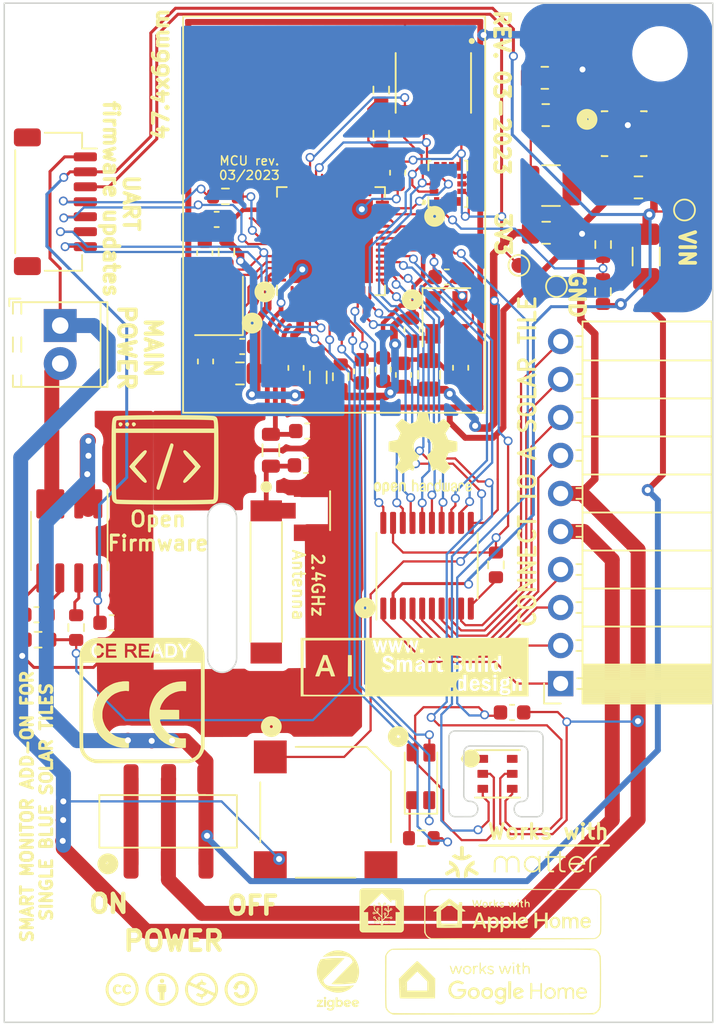
<source format=kicad_pcb>
(kicad_pcb (version 20221018) (generator pcbnew)
  (layers (0 "F.Cu" signal) (31 "B.Cu" signal) (34 "B.Paste" user) (35 "F.Paste" user) (36 "B.SilkS" user "B.Silkscreen") (37 "F.SilkS" user "F.Silkscreen") (38 "B.Mask" user) (39 "F.Mask" user) (44 "Edge.Cuts" user))
  (net 0 "")
  (net 1 "3V3")
  (net 2 "VIN")
  (net 3 "PWR")
  (net 4 "GND")
  (net 5 "Net-(AU1-SW)")
  (net 6 "Net-(AU1-FB)")
  (net 7 "CHIP_EN")
  (net 8 "Net-(J5-SIG)")
  (net 9 "Net-(ESP32S1-LNA_IN{slash}RF)")
  (net 10 "Net-(EC10-Pad1)")
  (net 11 "PWR_HOME")
  (net 12 "Net-(ESP32S1-GPIO15{slash}ADC2_CH4{slash}XTAL_32K_P)")
  (net 13 "Net-(J4-Pin_1)")
  (net 14 "Net-(ESP32S1-GPIO16{slash}ADC2_CH5{slash}XTAL_32K_N)")
  (net 15 "Net-(ESP32S1-XTAL_P)")
  (net 16 "VDD_SPI")
  (net 17 "Net-(ESP32S1-XTAL_N)")
  (net 18 "TXD0")
  (net 19 "Net-(ESP32S1-U0TXD{slash}PROG{slash}GPIO43)")
  (net 20 "ESP_GPIO0_BOOT-DTR")
  (net 21 "DAC_CALIBRATION")
  (net 22 "GPIO8_I2C_SDA")
  (net 23 "GPIO9_I2C_SCL")
  (net 24 "BAT_SENSE_IO21")
  (net 25 "SPICS1")
  (net 26 "SPIHD")
  (net 27 "SPIWP")
  (net 28 "SPICS0")
  (net 29 "SPICLK")
  (net 30 "SPIQ")
  (net 31 "SPID")
  (net 32 "unconnected-(ESP32S1-SPICLK_N{slash}GPIO48-Pad36)")
  (net 33 "unconnected-(ESP32S1-SPICLK_P{slash}GPIO47-Pad37)")
  (net 34 "unconnected-(ESP32S1-MTCK{slash}JTAG{slash}GPIO39-Pad44)")
  (net 35 "unconnected-(ESP32S1-MTDO{slash}JTAG{slash}GPIO40-Pad45)")
  (net 36 "unconnected-(ESP32S1-MTDI{slash}JTAG{slash}GPIO41-Pad47)")
  (net 37 "unconnected-(ESP32S1-MTMS{slash}JTAG{slash}GPIO42-Pad48)")
  (net 38 "RXD0")
  (net 39 "Net-(LED1-RA)")
  (net 40 "BAT_LEVEL_CH1")
  (net 41 "BAT_LEVEL_CH2")
  (net 42 "BAT_LEVEL_CH3")
  (net 43 "BAT_LEVEL_CH4")
  (net 44 "BAT_LEVEL_CH5")
  (net 45 "BAT_LEVEL_CH6")
  (net 46 "BAT_LEVEL_CH7")
  (net 47 "BAT_LEVEL_CH8")
  (net 48 "Net-(U3-OE)")
  (net 59 "unconnected-(ESP32S1-GPIO35-Pad40)")
  (net 60 "unconnected-(ESP32S1-GPIO36-Pad41)")
  (net 61 "unconnected-(ESP32S1-GPIO38-Pad43)")
  (net 62 "BAT_LEVEL_CH4_IO10")
  (net 63 "BAT_LEVEL_CH5_IO11")
  (net 64 "BAT_LEVEL_CH6_IO12")
  (net 65 "BAT_LEVEL_CH7_IO13")
  (net 66 "BAT_LEVEL_CH8_IO14")
  (net 67 "IMU_CS_IO21")
  (net 68 "unconnected-(ESP32S1-GPIO37-Pad42)")
  (net 69 "BUZZER_IO17")
  (net 70 "LINE_OUT")
  (net 71 "Net-(ACS1-FILTER)")
  (net 72 "Net-(ACS1-VIOUT)")
  (net 73 "ACS_HALL_IO01")
  (net 74 "LED_R_IO02")
  (net 75 "LED_G_IO04")
  (net 76 "LED_B_IO05")
  (net 78 "BAT_LEVEL_CH1_IO7")
  (net 79 "BAT_LEVEL_CH2_IO8")
  (net 80 "BAT_LEVEL_CH3_IO9")
  (footprint "Resistor_SMD:R_0603_1608Metric" (layer "F.Cu") (at 124.05 82.32 -90)
    (fp_text reference "ER3" hide)
    (fp_text value "10k" hide)
  )
  (footprint "AeonLabs Logos:smart build design" (layer "F.Cu") (at 136.63 110.04)
    (fp_text reference "G***" hide)
    (fp_text value "LOGO" hide)
  )
  (footprint "Resistor_SMD:R_0603_1608Metric" (layer "F.Cu") (at 142.07 103.22 -90)
    (fp_text reference "TXR1" hide)
    (fp_text value "10K" hide)
  )
  (footprint "TestPoint:TestPoint_Pad_D1.0mm" (layer "F.Cu") (at 143.61 83.21)
    (fp_text reference "TP1" hide)
    (fp_text value "VOut" hide)
  )
  (footprint "LED_SMD:LED_1206_3210_RGB_Metric" (layer "F.Cu") (at 137.1 117.58 90)
    (fp_text reference "LED1" hide)
    (fp_text value "LED_GBRC" hide)
  )
  (footprint "Resistor_SMD:R_0805_2012Metric_Pad1.20x1.40mm_HandSolder" (layer "F.Cu") (at 145.34 70.68 180)
    (fp_text reference "AR1" hide)
    (fp_text value "7k5" hide)
  )
  (footprint "Capacitor_SMD:C_0603_1608Metric" (layer "F.Cu") (at 138.78 83.99 180)
    (fp_text reference "EC12" hide)
    (fp_text value "22pF 5% 50V" hide)
  )
  (footprint "Capacitor_SMD:C_0805_2012Metric" (layer "F.Cu") (at 124.95 90.43)
    (fp_text reference "EC2" hide)
    (fp_text value "1uF" hide)
  )
  (footprint "MountingHole:MountingHole_3.2mm_M3" (layer "F.Cu") (at 112.76 69.1)
    (fp_text reference "REF**" hide)
    (fp_text value "MountingHole_3.2mm_M3" hide)
  )
  (footprint "Capacitor_SMD:C_0603_1608Metric" (layer "F.Cu") (at 128.7 90.06 -90)
    (fp_text reference "EC10" hide)
    (fp_text value "100nF 10% 16V" hide)
  )
  (footprint "Capacitor_SMD:C_0603_1608Metric" (layer "F.Cu") (at 122.65 89.63 -90)
    (fp_text reference "EC14" hide)
    (fp_text value "22pF 5% 50V" hide)
  )
  (footprint "Connector_JST:JST_SH_SM07B-SRSS-TB_1x07-1MP_P1.00mm_Horizontal" (layer "F.Cu") (at 112.61 78.96 -90)
    (fp_text reference "J2" hide)
    (fp_text value "Conn_01x07_Socket" hide)
  )
  (footprint "Inductor_SMD:L_0805_2012Metric" (layer "F.Cu") (at 130.19 90.69 90)
    (fp_text reference "L1" hide)
    (fp_text value "2nH 5%" hide)
  )
  (footprint "TestPoint:TestPoint_Pad_D1.0mm" (layer "F.Cu") (at 154.68 79.51)
    (fp_text reference "TP3" hide)
    (fp_text value "VIN" hide)
  )
  (footprint "MountingHole:MountingHole_3.2mm_M3" (layer "F.Cu") (at 112.71 130.41)
    (fp_text reference "REF**" hide)
    (fp_text value "MountingHole_3.2mm_M3" hide)
  )
  (footprint "Resistor_SMD:R_0603_1608Metric" (layer "F.Cu") (at 134.4 74.45 90)
    (fp_text reference "ER5" hide)
    (fp_text value "10k" hide)
  )
  (footprint "Crystal:Crystal_SMD_EuroQuartz_MT-4Pin_3.2x2.5mm" (layer "F.Cu") (at 138.76 86.68 -90)
    (fp_text reference "ECY1" hide)
    (fp_text value "32.768Mhz 22pF+-10PPM" hide)
  )
  (footprint "AeonLabs Logos:open_firmware" (layer "F.Cu") (at 119.791828 97.156806)
    (fp_text reference "G***" hide)
    (fp_text value "LOGO" hide)
  )
  (footprint "Capacitor_SMD:C_0603_1608Metric" (layer "F.Cu") (at 136.46 87.5 -90)
    (fp_text reference "EC8" hide)
    (fp_text value "100nF 10% 16V" hide)
  )
  (footprint "Capacitor_SMD:C_0603_1608Metric" (layer "F.Cu") (at 122.6 82.375 90)
    (fp_text reference "EC17" hide)
    (fp_text value "22pF 5% 50V" hide)
  )
  (footprint "Package_DFN_QFN:QFN-56-1EP_7x7mm_P0.4mm_EP5.6x5.6mm" (layer "F.Cu") (at 131.04 81.59 90)
    (fp_text reference "ESP32S1" hide)
    (fp_text value "ESP32-S3" hide)
  )
  (footprint "Capacitor_SMD:C_0603_1608Metric" (layer "F.Cu") (at 134.53 90.17 90)
    (fp_text reference "EC7" hide)
    (fp_text value "100nF 10% 16V" hide)
  )
  (footprint "Capacitor_SMD:C_0805_2012Metric" (layer "F.Cu") (at 137.6 90.52 90)
    (fp_text reference "EC3" hide)
    (fp_text value "10uF 20% 6.3V" hide)
  )
  (footprint "Capacitor_SMD:C_0603_1608Metric" (layer "F.Cu") (at 111.34 106.55)
    (fp_text reference "EC19" hide)
    (fp_text value "100nF")
  )
  (footprint "Package_SO:SOIC-8_3.9x4.9mm_P1.27mm" (layer "F.Cu") (at 113.54 101.62 -90)
    (fp_text reference "ACS1" hide)
    (fp_text value "ACS712xLCTR-05B")
  )
  (footprint "Resistor_SMD:R_0603_1608Metric" (layer "F.Cu") (at 131.69 90.65 90)
    (fp_text reference "ER1" hide)
    (fp_text value "10k" hide)
  )
  (footprint "MountingHole:MountingHole_3.2mm_M3" (layer "F.Cu") (at 152.76 130.21)
    (fp_text reference "REF**" hide)
    (fp_text value "MountingHole_3.2mm_M3" hide)
  )
  (footprint "Capacitor_SMD:C_0603_1608Metric" (layer "F.Cu") (at 129.37 96.57)
    (fp_text reference "EC6" hide)
    (fp_text value "100nF 10% 16V" hide)
  )
  (footprint "Symbol:OSHW-Logo2_7.3x6mm_SilkScreen" (layer "F.Cu") (at 137.19 95.77)
    (fp_text reference "REF**" hide)
    (fp_text value "OSHW-Logo2_7.3x6mm_SilkScreen" hide)
  )
  (footprint "AeonLabs Logosy:CE Ready Small Logo" (layer "F.Cu") (at 118.4 112.28)
    (fp_text reference "G***" hide)
    (fp_text value "LOGO" hide)
  )
  (footprint "Capacitor_SMD:C_0603_1608Metric" (layer "F.Cu") (at 129.46 94.28)
    (fp_text reference "EC9" hide)
    (fp_text value "100nF 10% 16V" hide)
  )
  (footprint "TestPoint:TestPoint_Pad_D1.0mm" (layer "F.Cu") (at 146.12 84.62)
    (fp_text reference "TP2" hide)
    (fp_text value "GND" hide)
  )
  (footprint "Crystal:Crystal_SMD_EuroQuartz_MT-4Pin_3.2x2.5mm" (layer "F.Cu") (at 123.55 85.92 90)
    (fp_text reference "ECY2" hide)
    (fp_text value "40Mhz 22pF+-10PPM" hide)
  )
  (footprint "AeonLabs Logos:zigbee" (layer "F.Cu") (at 131.5 130.99)
    (fp_text reference "G***" hide)
    (fp_text value "LOGO" hide)
  )
  (footprint "Resistor_SMD:R_0603_1608Metric" (layer "F.Cu") (at 137.08 121.48 180)
    (fp_text reference "LR1" hide)
    (fp_text value "330R" hide)
  )
  (footprint "Inductor_SMD:L_1210_3225Metric" (layer "F.Cu") (at 145.75 77.88)
    (fp_text reference "AL1" hide)
    (fp_text value "3.3uF" hide)
  )
  (footprint "Fuse:Fuse_1206_3216Metric_Pad1.42x1.75mm_HandSolder" (layer "F.Cu") (at 152.12 82.6175 90)
    (fp_text reference "F1" hide)
    (fp_text value "Polyfuse" hide)
  )
  (footprint "AeonLabs Logos:works with apple home" (layer "F.Cu") (at 143.2 126.55)
    (fp_text reference "G***" hide)
    (fp_text value "LOGO" hide)
  )
  (footprint "Capacitor_SMD:C_0603_1608Metric" (layer "F.Cu") (at 139.71 90.05 -90)
    (fp_text reference "EC13" hide)
    (fp_text value "22pF 5% 50V" hide)
  )
  (footprint "Connector_PinSocket_2.54mm:PinSocket_1x10_P2.54mm_Horizontal" (layer "F.Cu") (at 146.4 111.15 180)
    (fp_text reference "J1" hide)
    (fp_text value "Conn_01x10_Socket" hide)
  )
  (footprint "Sensor_Motion:LSM6DS3 Motion Sensor PQFN50P300X250X86-14N" (layer "F.Cu") (at 138.855 77.765 90)
    (fp_text reference "IMU1" hide)
    (fp_text value "LSM6DS3" hide)
  )
  (footprint "Capacitor_SMD:C_0603_1608Metric" (layer "F.Cu") (at 143.15 113.08 180)
    (fp_text reference "SHC1" hide)
    (fp_text value "100nF" hide)
  )
  (footprint "Resistor_SMD:R_0603_1608Metric" (layer "F.Cu") (at 111.45 108.22)
    (fp_text reference "ER7" hide)
    (fp_text value "2K")
  )
  (footprint "Capacitor_SMD:C_0603_1608Metric" (layer "F.Cu") (at 116.37 107.09 180)
    (fp_text reference "EC18" hide)
    (fp_text value "100nF")
  )
  (footprint "Capacitor_SMD:C_0603_1608Metric" (layer "F.Cu") (at 123.395 80.14 180)
    (fp_text reference "EC11" hide)
    (fp_text value "100nF 10% 16V" hide)
  )
  (footprint "Resistor_SMD:R_0603_1608Metric" (layer "F.Cu") (at 149.23 84.96 90)
    (fp_text reference "MR1" hide)
    (fp_text value "390K" hide)
  )
  (footprint "TerminalBlock_Phoenix:TerminalBlock_Phoenix_MPT-0,5-2-2.54_1x02_P2.54mm_Horizontal" (layer "F.Cu") (at 112.93 87.23 -90)
    (fp_text reference "J3" hide)
    (fp_text value "Screw_Terminal_01x02" hide)
  )
  (footprint "RF_Antenna:2.4ghZ WIFI ANTENNA AN9520_ANT2-SMD-9.5X2.1X1.0MM" (layer "F.Cu") (at 126.71 104.36 -90)
    (property "VALUE" "AN9520")
    (fp_text reference "ANT1" hide)
    (fp_text value "SMD-BUILT-IN-ANTENNA-2.4GHZ(2P-9.5X2.1MM)" hide)
  )
  (footprint "AeonLabs Logos:works with matter" (layer "F.Cu") (at 143.75 123.07)
    (fp_text reference "G***" hide)
    (fp_text value "LOGO" hide)
  )
  (footprint "Resistor_SMD:R_0603_1608Metric" (layer "F.Cu") (at 114 107.41 -90)
    (fp_text reference "ER6" hide)
    (fp_text value "1K")
  )
  (footprint "Capacitor_SMD:C_0603_1608Metric" (layer "F.Cu") (at 135.5 77.02 90)
    (fp_text reference "IMUC1" hide)
    (fp_text value "100nF" hide)
  )
  (footprint "Resistor_SMD:R_0603_1608Metric" (layer "F.Cu") (at 149.24 81.82 90)
    (fp_text reference "MR2" hide)
    (fp_text value "110K" hide)
  )
  (footprint "Capacitor_SMD:C_0805_2012Metric_Pad1.18x1.45mm_HandSolder" (layer "F.Cu") (at 151.6 78 180)
    (fp_text reference "AC2" hide)
    (fp_text value "4.7uF" hide)
  )
  (footprint "Buzzer_Beeper:MagneticBuzzer_Kobitone_254-EMB84Q-RO" (layer "F.Cu") (at 130.68 119.75)
    (fp_text reference "BZ1" hide)
    (fp_text value "Buzzer")
  )
  (footprint "MountingHole:MountingHole_3.2mm_M3" (layer "F.Cu") (at 153.04 69.08)
    (fp_text reference "REF**" hide)
    (fp_text value "MountingHole_3.2mm_M3" hide)
  )
  (footprint "Resistor_SMD:R_0603_1608Metric" (layer "F.Cu") (at 134.4 71.5 90)
    (fp_text reference "ER4" hide)
    (fp_text value "10k" hide)
  )
  (footprint "Resistor_SMD:R_0603_1608Metric" (layer "F.Cu") (at 123.98 78.6)
    (fp_text reference "ER2" hide)
    (fp_text value "499R" hide)
  )
  (footprint "AeonLabs Logos:works with home assistant" (layer "F.Cu") (at 134.43 126.29)
    (fp_text reference "G***" hide)
    (fp_text value "LOGO" hide)
  )
  (footprint "AeonLabs_Shields:ESP32-S3 GND Shield" (layer "F.Cu") (at 131.7 80.195 90)
    (fp_text reference "J6" hide)
    (fp_text value "RFShield_OnePiece" hide)
  )
  (footprint "RF_Antenna:RF Antenna IPEX SMD PCB HRS_U.FL-R-SMT(01)" (layer "F.Cu") (at 129.68 99.6 -90)
    (fp_text reference "J5" hide)
    (fp_text value "U.FL-R-SMT(01)" hide)
  )
  (footprint "Package_SO:ATSHA204A Auth SOIC8" (layer "F.Cu") (at 137.885 71.02 -90)
    (fp_text reference "U1" hide)
    (fp_text value "ATSHA204A-MAHDA-T" hide)
  )
  (footprint "Capacitor_SMD:C_0603_1608Metric" (layer "F.Cu") (at 135.89 90.53 90)
    (fp_text reference "EC5" hide)
    (fp_text value "1uF 20% 6.3V" hide)
  )
  (footprint "Package_DFN_QFN:AUR9718 ST1S09 SON95P300X300X100-7N" (layer "F.Cu") (at 150.6475 74.41)
    (fp_text reference "AU1" hide)
    (fp_text value "AUR9718x_DFN_3x3mm_6_pin" hide)
  )
  (footprint "Button_Switch_THT:Toggle Switch 2 pos PCB  MSS-22D18G2 2P2T" (layer "F.Cu") (at 122.05 130.32)
    (fp_text reference "J4" hide)
    (fp_text value "Conn_02x03_Counter_Clockwise")
  )
  (footprint "Capacitor_SMD:C_0603_1608Metric" (layer "F.Cu") (at 133.1 90.29 -90)
    (fp_text reference "EC1" hide)
    (fp_text value "1uF" hide)
  )
  (footprint "Resistor_SMD:R_0805_2012Metric_Pad1.20x1.40mm_HandSolder" (layer "F.Cu") (at 145.4 73.17)
    (fp_text reference "AR2" hide)
    (fp_text value "24K" hide)
  )
  (footprint "AeonLabs:aeon creative commons logos" (layer "F.Cu") (at 121.04 131.53)
    (fp_text reference "G***" hide)
    (fp_text value "LOGO" hide)
  )
  (footprint "Capacitor_SMD:C_0805_2012Metric_Pad1.18x1.45mm_HandSolder" (layer "F.Cu") (at 145.43 81.03)
    (fp_text reference "AC1" hide)
    (fp_text value "22uF" hide)
  )
  (footprint "AeonLabs Logos:works with google home" (layer "F.Cu") (at 141.88 131.04)
    (fp_text reference "G***" hide)
    (fp_text value "LOGO" hide)
  )
  (footprint "Package_SO:TSSOP-20_4.4x6.5mm_P0.65mm" (layer "F.Cu") (at 137.465 103.2775 90)
    (fp_text reference "U3" hide)
    (fp_text value "TXS0108EPW" hide)
  )
  (footprint "Capacitor_SMD:C_0603_1608Metric" (layer "F.Cu") (at 125.1 88.63)
    (fp_text reference "EC4" hide)
    (fp_text value "100nF 10% 50V" hide)
  )
  (footprint "Sensor_Humidity:AHT20 HT Sensor PSON100P300X300X110-6N" (layer "F.Cu") (at 142.175 117.18)
    (fp_text reference "U2" hide)
    (fp_text value "AHT20" hide)
  )
  (footprint "Inductor_SMD:L_0805_2012Metric" (layer "F.Cu") (at 127.02 95.56 90)
    (fp_text reference "EL1" hide)
    (fp_text value "12nH 5%" hide)
  )
  (gr_circle (center 133.32 106.094136) (end 133.411049 106.124136) (stroke (width 0.6)) (fill none) (layer "F.SilkS"))
  (gr_circle (center 140.4 116.155864) (end 140.4 116.151728) (stroke (width 0.6)) (fill none) (layer "F.SilkS"))
  (gr_line (start 149.62 121.97) (end 140.98 121.97) (stroke (width 0.15)) (layer "F.SilkS"))
  (gr_circle (center 126.618951 84.98) (end 126.71 85.01) (stroke (width 0.6)) (fill none) (layer "F.SilkS"))
  (gr_circle (center 137.97 79.934136) (end 138.061049 79.964136) (stroke (width 0.6)) (fill none) (layer "F.SilkS"))
  (gr_circle (center 148.16 73.454136) (end 148.251049 73.484136) (stroke (width 0.6)) (fill none) (layer "F.SilkS"))
  (gr_circle (center 116.12 123.194136) (end 116.211049 123.224136) (stroke (width 0.6)) (fill none) (layer "F.SilkS"))
  (gr_circle (center 127.05 114.024136) (end 127.141049 114.054136) (stroke (width 0.6)) (fill none) (layer "F.SilkS"))
  (gr_circle (center 125.77 87.064136) (end 125.861049 87.094136) (stroke (width 0.6)) (fill none) (layer "F.SilkS"))
  (gr_circle (center 136.47 85.504136) (end 136.561049 85.534136) (stroke (width 0.6)) (fill none) (layer "F.SilkS"))
  (gr_circle (center 135.54 114.694136) (end 135.631049 114.724136) (stroke (width 0.6)) (fill none) (layer "F.SilkS"))
  (gr_arc (start 122.79 100.09) (mid 123.76 99.12) (end 124.73 100.09) (stroke (width 0.1)) (layer "Edge.Cuts"))
  (gr_arc (start 145.21 119.62) (mid 145.097142 119.923) (end 144.800001 120.050487) (stroke (width 0.1)) (layer "Edge.Cuts"))
  (gr_line (start 138.927245 114.743098) (end 138.932611 119.632755) (stroke (width 0.1)) (layer "Edge.Cuts"))
  (gr_arc (start 143.78 115.33) (mid 144.083123 115.442728) (end 144.210487 115.739999) (stroke (width 0.1)) (layer "Edge.Cuts"))
  (gr_line (start 140.35 120.04) (end 139.363098 120.042754) (stroke (width 0.1)) (layer "Edge.Cuts"))
  (gr_arc (start 144.21 118.599999) (mid 144.097176 118.903031) (end 143.800001 119.030486) (stroke (width 0.1)) (layer "Edge.Cuts"))
  (gr_arc (start 140.35 119.02) (mid 140.046926 118.90722) (end 139.919513 118.610001) (stroke (width 0.1)) (layer "Edge.Cuts"))
  (gr_arc (start 139.363098 120.042754) (mid 139.059983 119.930017) (end 138.932611 119.632755) (stroke (width 0.1)) (layer "Edge.Cuts"))
  (gr_line (start 144.789513 114.340001) (end 139.337244 114.312611) (stroke (width 0.1)) (layer "Edge.Cuts"))
  (gr_line (start 145.21 119.62) (end 145.22 114.75) (stroke (width 0.1)) (layer "Edge.Cuts"))
  (gr_arc (start 140.35 119.02) (mid 140.860055 119.53) (end 140.35 120.04) (stroke (width 0.1)) (layer "Edge.Cuts"))
  (gr_rect (start 109.19 65.69) (end 156.57 133.78) (stroke (width 0.1)) (fill none) (layer "Edge.Cuts"))
  (gr_arc (start 143.800001 120.050486) (mid 143.290169 119.540486) (end 143.800001 119.030486) (stroke (width 0.1)) (layer "Edge.Cuts"))
  (gr_line (start 139.919513 118.610001) (end 139.93 115.75) (stroke (width 0.1)) (layer "Edge.Cuts"))
  (gr_line (start 144.21 118.599999) (end 144.210487 115.739999) (stroke (width 0.1)) (layer "Edge.Cuts"))
  (gr_arc (start 138.927245 114.743098) (mid 139.04004 114.440038) (end 139.337244 114.312611) (stroke (width 0.1)) (layer "Edge.Cuts"))
  (gr_arc (start 144.789513 114.340001) (mid 145.092662 114.452703) (end 145.22 114.75) (stroke (width 0.1)) (layer "Edge.Cuts"))
  (gr_line (start 140.339999 115.319513) (end 143.78 115.33) (stroke (width 0.1)) (layer "Edge.Cuts"))
  (gr_line (start 122.79 100.09) (end 122.79 109.43) (stroke (width 0.1)) (layer "Edge.Cuts"))
  (gr_arc (start 124.73 109.43) (mid 123.76 110.4) (end 122.79 109.43) (stroke (width 0.1)) (layer "Edge.Cuts"))
  (gr_line (start 124.73 100.09) (end 124.73 109.43) (stroke (width 0.1)) (layer "Edge.Cuts"))
  (gr_line (start 144.800001 120.050487) (end 143.800001 120.050486) (stroke (width 0.1)) (layer "Edge.Cuts"))
  (gr_arc (start 139.93 115.75) (mid 140.042684 115.446834) (end 140.339999 115.319513) (stroke (width 0.1)) (layer "Edge.Cuts"))
  (gr_text "ON" (at 114.72 126.56) (layer "F.SilkS") (effects (font (size 1.2 1.2) (thickness 0.3) bold) (justify left bottom)))
  (gr_text "Open\nFirmware" (at 119.47 102.36) (layer "F.SilkS") (effects (font (size 1 1) (thickness 0.2) bold) (justify bottom)))
  (gr_text "GND" (at 146.9 83.49 270) (layer "F.SilkS") (effects (font (size 1 1) (thickness 0.25) bold) (justify left bottom)))
  (gr_text "POWER" (at 117.01 129.11) (layer "F.SilkS") (effects (font (size 1.3 1.3) (thickness 0.3) bold) (justify left bottom)))
  (gr_text "VIN" (at 154.26 80.73 270) (layer "F.SilkS") (effects (font (size 1 1) (thickness 0.25) bold) (justify left bottom)))
  (gr_text "CONNECT TO A SOLAR TILE" (at 144.82 107.52 90) (layer "F.SilkS") (effects (font (size 1.1 1.1) (thickness 0.2) bold) (justify left bottom)))
  (gr_text "2.4GHz\nAntenna" (at 128.4 104.57 270) (layer "F.SilkS") (effects (font (size 0.8 0.8) (thickness 0.15) bold) (justify bottom)))
  (gr_text "UART" (at 117.09 77.06 270) (layer "F.SilkS") (effects (font (size 1 1) (thickness 0.25) bold) (justify left bottom)))
  (gr_text "47.4x66mm" (at 120.26 74.96 90) (layer "F.SilkS") (effects (font (size 1 1) (thickness 0.25) bold) (justify left bottom)))
  (gr_text "OFF" (at 123.95 126.68) (layer "F.SilkS") (effects (font (size 1.2 1.2) (thickness 0.3) bold) (justify left bottom)))
  (gr_text "MCU rev.\n03/2023" (at 125.58 77.54) (layer "F.SilkS") (effects (font (size 0.6 0.6) (thickness 0.1) bold) (justify bottom)))
  (gr_text "Works with" (at 141.42 121.63) (layer "F.SilkS") (effects (font (size 1 1) (thickness 0.2) bold) (justify left bottom)))
  (gr_text "3V3" (at 141.95 79.59 270) (layer "F.SilkS") (effects (font (size 1 1) (thickness 0.25) bold) (justify left bottom)))
  (gr_text "firmware updates" (at 115.76 72.09 270) (layer "F.SilkS") (effects (font (size 1 1) (thickness 0.25) bold) (justify left bottom)))
  (gr_text "MAIN\nPOWER" (at 116.73 88.71 -90) (layer "F.SilkS") (effects (font (size 1.1 1.1) (thickness 0.275) bold) (justify bottom)))
  (gr_text "REV. 03-2023 " (at 141.88 66.02 -90) (layer "F.SilkS") (effects (font (size 1 1) (thickness 0.25) bold) (justify left bottom)))
  (gr_text "SMART MONITOR ADD-ON FOR \nSINGLE BLUE SOLAR TILES\n" (at 112.47 119.06 90) (layer "F.SilkS") (effects (font (size 0.8 0.8) (thickness 0.2) bold) (justify bottom)))
  (segment (start 135.25 88.41) (end 135.33 88.49) (width 0.51) (layer "F.Cu") (net 1))
  (segment (start 134.4025 75.2775) (end 133.9475 75.2775) (width 0.15) (layer "F.Cu") (net 1))
  (segment (start 119.39 67.845686) (end 120.805686 66.43) (width 0.2) (layer "F.Cu") (net 1))
  (segment (start 126.905433 80.1925) (end 126.225433 79.5125) (width 0.15) (layer "F.Cu") (net 1))
  (segment (start 144.4 77.83) (end 144.35 77.88) (width 0.15) (layer "F.Cu") (net 1))
  (segment (start 142.8845 94.94) (end 142.8845 100.6255) (width 0.15) (layer "F.Cu") (net 1))
  (segment (start 142.8845 100.6255) (end 142.07 101.44) (width 0.15) (layer "F.Cu") (net 1))
  (segment (start 126.76 84.0425) (end 126.76 84.7025) (width 0.3) (layer "F.Cu") (net 1))
  (segment (start 136.67 113.29) (end 136.67 116.4) (width 0.15) (layer "F.Cu") (net 1))
  (segment (start 139.97 78.2825) (end 140.25 78.5625) (width 0.15) (layer "F.Cu") (net 1))
  (segment (start 140.25 79.8325) (end 140.17 79.9125) (width 0.15) (layer "F.Cu") (net 1))
  (segment (start 143.61 83.21) (end 142.505 82.105) (width 0.15) (layer "F.Cu") (net 1))
  (segment (start 139.78 121.61) (end 141.44 121.61) (width 0.15) (layer "F.Cu") (net 1))
  (segment (start 139.7 76.7025) (end 139.605 76.7975) (width 0.15) (layer "F.Cu") (net 1))
  (segment (start 119.39 74.759999) (end 119.39 67.845686) (width 0.2) (layer "F.Cu") (net 1))
  (segment (start 142.45 67.195686) (end 142.45 81.82) (width 0.2) (layer "F.Cu") (net 1))
  (segment (start 131.74 91.7175) (end 131.595 91.8625) (width 0.51) (layer "F.Cu") (net 1))
  (segment (start 136.43 86.695) (end 136.46 86.725) (width 0.51) (layer "F.Cu") (net 1))
  (segment (start 125.75 91.8825) (end 125.86 91.7725) (width 0.51) (layer "F.Cu") (net 1))
  (segment (start 133.54 72.76) (end 133.9825 72.3175) (width 0.15) (layer "F.Cu") (net 1))
  (segment (start 136.629035 76.2775) (end 135.4025 76.2775) (width 0.15) (layer "F.Cu") (net 1))
  (segment (start 126.8 84.0025) (end 126.82 84.0025) (width 0.25) (layer "F.Cu") (net 1))
  (segment (start 139.745 74.3025) (end 139.745 73.3975) (width 0.15) (layer "F.Cu") (net 1))
  (segment (start 123.97 80.2775) (end 124.125 80.1225) (width 0.51) (layer "F.Cu") (net 1))
  (segment (start 124.99 82.918) (end 124.99 82.4775) (width 0.51) (layer "F.Cu") (net 1))
  (segment (start 141.92 93.77) (end 141.92 82.46) (width 0.5) (layer "F.Cu") (net 1))
  (segment (start 138.54 120.37) (end 139.78 121.61) (width 0.15) (layer "F.Cu") (net 1))
  (segment (start 133.9475 75.2775) (end 133.54 74.87) (width 0.15) (layer "F.Cu") (net 1))
  (segment (start 124.53 80.1225) (end 125.16 79.4925) (width 0.3) (layer "F.Cu") (net 1))
  (segment (start 136.56 86.625) (end 136.56 84.633604) (width 0.3) (layer "F.Cu") (net 1))
  (segment (start 116.19 77.96) (end 119.39 74.759999) (width 0.2) (layer "F.Cu") (net 1))
  (segment (start 139.76 75.7525) (end 139.7 75.8125) (width 0.15) (layer "F.Cu") (net 1))
  (segment (start 141.93 121.12) (end 141.93 117.43) (width 0.15) (layer "F.Cu") (net 1))
  (segment (start 125.16 79.4925) (end 126.07 79.4925) (width 0.3) (layer "F.Cu") (net 1))
  (segment (start 142.505 82.105) (end 142.505 81.875) (width 0.15) (layer "F.Cu") (net 1))
  (segment (start 135.25 87.26) (end 135.25 88.41) (width 0.51) (layer "F.Cu") (net 1))
  (segment (start 136.46 86.725) (end 136.56 86.625) (width 0.3) (layer "F.Cu") (net 1))
  (segment (start 141.93 117.43) (end 141.68 117.18) (width 0.15) (layer "F.Cu") (net 1))
  (segment (start 131.595 91.8625) (end 128.66 91.8625) (width 0.51) (layer "F.Cu") (net 1))
  (segment (start 144.4 73.17) (end 144.4 77.83) (width 0.15) (layer "F.Cu") (net 1))
  (segment (start 140.68 93.9305) (end 140.8295 94.08) (width 0.5) (layer "F.Cu") (net 1))
  (segment (start 135.85 82.1725) (end 135.89 82.1325) (width 0.25) (layer "F.Cu") (net 1))
  (segment (start 138.54 118.27) (end 138.54 120.37) (width 0.15) (layer "F.Cu") (net 1))
  (segment (start 124.125 80.1225) (end 124.53 80.1225) (width 0.3) (layer "F.Cu") (net 1))
  (segment (start 135.27 82.1725) (end 135.85 82.1725) (width 0.25) (layer "F.Cu") (net 1))
  (segment (start 140.25 78.5625) (end 140.25 79.8325) (width 0.15) (layer "F.Cu") (net 1))
  (segment (start 138.705205 91.52) (end 137.91 91.52) (width 0.51) (layer "F.Cu") (net 1))
  (segment (start 126.82 84.0025) (end 127.03 83.7925) (width 0.2) (layer "F.Cu") (net 1))
  (segment (start 126.808 84.7525) (end 126.808 86.067581) (width 0.51) (layer "F.Cu") (net 1))
  (segment (start 127.03 83.7925) (end 127.5925 83.7925) (width 0.2) (layer "F.Cu") (net 1))
  (segment (start 133.9825 72.3175) (end 134.6 72.3175) (width 0.15) (layer "F.Cu") (net 1))
  (segment (start 125.8025 91.83) (end 125.75 91.83) (width 0.51) (layer "F.Cu") (net 1))
  (segment (start 134.4675 82.1925) (end 135.31 82.1925) (width 0.2) (layer "F.Cu") (net 1))
  (segment (start 141.68 117.18) (end 141.19 117.18) (width 0.15) (layer "F.Cu") (net 1))
  (segment (start 140.8295 94.08) (end 141.61 94.08) (width 0.5) (layer "F.Cu") (net 1))
  (segment (start 144.3925 81.03) (end 143.35 81.03) (width 0.5) (layer "F.Cu") (net 1))
  (segment (start 135.4025 76.2775) (end 134.4025 75.2775) (width 0.15) (layer "F.Cu") (net 1))
  (segment (start 141.92 82.46) (end 142.505 81.875) (width 0.5) (layer "F.Cu") (net 1))
  (segment (start 139.7 75.8125) (end 139.7 76.7025) (width 0.15) (layer "F.Cu") (net 1))
  (segment (start 126.225433 79.5125) (end 126.02 79.5125) (width 0.15) (layer "F.Cu") (net 1))
  (segment (start 143.35 81.03) (end 142.505 81.875) (width 0.5) (layer "F.Cu") (net 1))
  (segment (start 126.07 91.5625) (end 125.8025 91.83) (width 0.51) (layer "F.Cu") (net 1))
  (segment (start 142.345 113.3) (end 141.49 113.3) (width 0.15) (layer "F.Cu") (net 1))
  (segment (start 135.785 86.725) (end 135.25 87.26) (width 0.51) (layer "F.Cu") (net 1))
  (segment (start 131.74 91.6375) (end 132.0725 91.97) (width 0.51) (layer "F.Cu") (net 1))
  (segment (start 142.45 81.82) (end 142.505 81.875) (width 0.2) (layer "F.Cu") (net 1))
  (segment (start 142.07 101.44) (end 142.07 102.395) (width 0.15) (layer "F.Cu") (net 1))
  (segment (start 114.61 77.96) (end 116.19 77.96) (width 0.2) (layer "F.Cu") (net 1))
  (segment (start 120.805686 66.43) (end 141.684314 66.43) (width 0.2) (layer "F.Cu") (net 1))
  (segment (start 125.75 91.83) (end 125.75 91.8825) (width 0.51) (layer "F.Cu") (net 1))
  (segment (start 137.23 112.73) (end 136.67 113.29) (width 0.15) (layer "F.Cu") (net 1))
  (segment (start 135.2025 91.52) (end 134.885 91.2025) (width 0.51) (layer "F.Cu") (net 1))
  (segment (start 144.3925 77.9225) (end 144.35 77.88) (width 0.5) (layer "F.Cu") (net 1))
  (segment (start 127.5925 84.1925) (end 127.01 84.1925) (width 0.2) (layer "F.Cu") (net 1))
  (segment (start 132.0725 91.97) (end 134.7 91.97) (width 0.51) (layer "F.Cu") (net 1))
  (segment (start 141.684314 66.43) (end 142.45 67.195686) (width 0.2) (layer "F.Cu") (net 1))
  (segment (start 136.46 86.725) (end 135.785 86.725) (width 0.51) (layer "F.Cu") (net 1))
  (segment (start 123.97 81.4675) (end 123.97 80.2775) (width 0.51) (layer "F.Cu") (net 1))
  (segment (start 134.73 91.94) (end 134.97 91.7) (width 0.51) (layer "F.Cu") (net 1))
  (segment (start 136.67 116.4) (end 138.54 118.27) (width 0.15) (layer "F.Cu") (net 1))
  (segment (start 144.3925 81.03) (end 144.3925 77.9225) (width 0.5) (layer "F.Cu") (net 1))
  (segment (start 136.88 82.1325) (end 135.89 82.1325) (width 0.3) (layer "F.Cu") (net 1))
  (segment (start 138.705205 91.52) (end 135.2025 91.52) (width 0.51) (layer "F.Cu") (net 1))
  (segment (start 133.54 74.87) (end 133.54 72.76) (width 0.15) (layer "F.Cu") (net 1))
  (segment (start 141.61 94.08) (end 141.92 93.77) (width 0.5) (layer "F.Cu") (net 1))
  (segment (start 136.56 84.633604) (end 137.2 83.993604) (width 0.3) (layer "F.Cu") (net 1))
  (segment (start 126.07 87.5025) (end 126.07 91.5625) (width 0.51) (layer "F.Cu") (net 1))
  (segment (start 134.97 91.7) (end 135.01 91.74) (width 0.51) (layer "F.Cu") (net 1))
  (segment (start 127.5925 80.1925) (end 126.905433 80.1925) (width 0.15) (layer "F.Cu") (net 1))
  (segment (start 138.980887 91.795682) (end 138.705205 91.52) (width 0.51) (layer "F.Cu") (net 1))
  (segment (start 135.19 101.72) (end 135.865 102.395) (width 0.15) (layer "F.Cu") (net 1))
  (segment (start 141.49 113.3) (end 140.92 112.73) (width 0.15) (layer "F.Cu") (net 1))
  (segment (start 137.2 83.993604) (end 137.2 82.4525) (width 0.3) (layer "F.Cu") (net 1))
  (segment (start 134.7 91.97) (end 134.97 91.7) (width 0.51) (layer "F.Cu") (net 1))
  (segment (start 139.76 73.52) (end 139.76 75.8225) (width 0.15) (layer "F.Cu") (net 1))
  (segment (start 127.01 84.1925) (end 126.82 84.0025) (width 0.2) (layer "F.Cu") (net 1))
  (segment (start 135.19 100.415) (end 135.19 101.72) (width 0.15) (layer "F.Cu") (net 1))
  (segment (start 139.79 73.49) (end 139.76 73.52) (width 0.15) (layer "F.Cu") (net 1))
  (segment (start 140.92 112.73) (end 137.23 112.73) (width 0.15) (layer "F.Cu") (net 1))
  (segment (start 141.44 121.61) (end 141.93 121.12) (width 0.15) (layer "F.Cu") (net 1))
  (segment (start 136.35 86.615) (end 136.46 86.725) (width 0.3) (layer "F.Cu") (net 1))
  (segment (start 136.528306 76.378229) (end 136.629035 76.2775) (width 0.15) (layer "F.Cu") (net 1))
  (segment (start 135.33 88.526934) (end 135.33 88.49) (width 0.51) (layer "F.Cu") (net 1))
  (segment (start 135.31196 88.544974) (end 135.33 88.526934) (width 0.51) (layer "F.Cu") (net 1))
  (segment (start 124.99 82.4775) (end 123.97 81.4575) (width 0.51) (layer "F.Cu") (net 1))
  (segment (start 137.2 82.4525) (end 136.88 82.1325) (width 0.3) (layer "F.Cu") (net 1))
  (segment (start 135.865 102.395) (end 142.07 102.395) (width 0.15) (layer "F.Cu") (net 1))
  (segment (start 126.808 86.067581) (end 126.653815 86.221766) (width 0.51) (layer "F.Cu") (net 1))
  (segment (start 139.805 78.2825) (end 139.97 78.2825) (width 0.15) (layer "F.Cu") (net 1))
  (segment (start 126.8 84.0025) (end 126.76 84.0425) (width 0.3) (layer "F.Cu") (net 1))
  (via (at 141.31 113.24) (size 0.6) (drill 0.4) (layers "F.Cu" "B.Cu") (net 1))
  (via (at 140.68 93.9305) (size 0.8) (drill 0.4) (layers "F.Cu" "B.Cu") (net 1))
  (via (at 124.99 82.918) (size 0.6) (drill 0.4) (layers "F.Cu" "B.Cu") (net 1))
  (via (at 128.64 91.9) (size 0.8) (drill 0.4) (layers "F.Cu" "B.Cu") (net 1))
  (via (at 138.980887 91.795682) (size 0.8) (drill 0.4) (layers "F.Cu" "B.Cu") (net 1))
  (via (at 139.76 75.7525) (size 0.6) (drill 0.4) (layers "F.Cu" "B.Cu") (net 1))
  (via (at 142.08 101.4) (size 0.6) (drill 0.4) (layers "F.Cu" "B.Cu") (net 1))
  (via (at 125.75 91.83) (size 0.8) (drill 0.4) (layers "F.Cu" "B.Cu") (net 1))
  (via (at 136.528306 76.176771) (size 0.6) (drill 0.4) (layers "F.Cu" "B.Cu") (net 1))
  (via (at 135.01 91.7) (size 0.8) (drill 0.4) (layers "F.Cu" "B.Cu") (net 1))
  (via (at 141.97 85.57) (size 0.6) (drill 0.4) (layers "F.Cu" "B.Cu") (net 1))
  (via (at 142.46 79.95) (size 0.6) (drill 0.4) (layers "F.Cu" "B.Cu") (net 1))
  (via (at 142.8845 94.94) (size 0.6) (drill 0.4) (layers "F.Cu" "B.Cu") (net 1))
  (via (at 135.33 88.49) (size 0.8) (drill 0.4) (layers "F.Cu" "B.Cu") (net 1))
  (via (at 140.02 79.9325) (size 0.6) (drill 0.4) (layers "F.Cu" "B.Cu") (net 1))
  (arc (start 126.653815 86.219245) (mid 126.246221 86.80824) (end 126.07 87.5025) (width 0.51) (layer "F.Cu") (net 1))
  (segment (start 136.602577 76.1025) (end 136.528306 76.176771) (width 0.15) (layer "B.Cu") (net 1))
  (segment (start 138.980887 91.795682) (end 140.68 93.494795) (width 0.5) (layer "B.Cu") (net 1))
  (segment (start 128.66 91.8625) (end 128.64 91.9) (width 0.51) (layer "B.Cu") (net 1))
  (segment (start 135.32 88.553014) (end 135.32 91.5025) (width 0.51) (layer "B.Cu") (net 1))
  (segment (start 139.76 75.7525) (end 139.49 75.7525) (width 0.15) (layer "B.Cu") (net 1))
  (segment (start 125.95 91.8625) (end 125.86 91.7725) (width 0.51) (layer "B.Cu") (net 1))
  (segment (start 142.26 85.86) (end 141.97 85.57) (width 0.15) (layer "B.Cu") (net 1))
  (segment (start 135.32 91.5025) (end 135.01 91.8125) (width 0.51) (layer "B.Cu") (net 1))
  (segment (start 142.8845 94.94) (end 142.26 94.3155) (width 0.15) (layer "B.Cu") (net 1))
  (segment (start 140.29 113.28) (end 141.45 113.28) (width 0.15) (layer "B.Cu") (net 1))
  (segment (start 140.68 93.494795) (end 140.68 93.9305) (width 0.5) (layer "B.Cu") (net 1))
  (segment (start 139.79 79.7025) (end 140.02 79.9325) (width 0.15) (layer "B.Cu") (net 1))
  (segment (start 124.99 82.918) (end 125.86 83.788) (width 0.51) (layer "B.Cu") (net 1))
  (segment (start 140.0375 79.95) (end 140.02 79.9325) (width 0.15) (layer "B.Cu") (net 1))
  (segment (start 142.08 101.47) (end 139.48 104.07) (width 0.15) (layer "B.Cu") (net 1))
  (segment (start 142.08 101.4) (end 142.08 101.47) (width 0.15) (layer "B.Cu") (net 1))
  (segment (start 139.49 75.7525) (end 139.14 76.1025) (width 0.15) (layer "B.Cu") (net 1))
  (segment (start 125.86 83.788) (end 125.86 91.7725) (width 0.51) (layer "B.Cu") (net 1))
  (segment (start 139.48 112.47) (end 140.29 113.28) (width 0.15) (layer "B.Cu") (net 1))
  (segment (start 139.14 76.1025) (end 136.602577 76.1025) (width 0.15) (layer "B.Cu") (net 1))
  (segment (start 128.64 91.9) (end 125.95 91.8625) (width 0.51) (layer "B.Cu") (net 1))
  (segment (start 142.46 79.95) (end 140.0375 79.95) (width 0.15) (layer "B.Cu") (net 1))
  (segment (start 139.48 104.07) (end 139.48 112.47) (width 0.15) (layer "B.Cu") (net 1))
  (segment (start 139.76 75.7525) (end 139.79 75.7825) (width 0.15) (layer "B.Cu") (net 1))
  (segment (start 142.26 94.3155) (end 142.26 85.86) (width 0.15) (layer "B.Cu") (net 1))
  (segment (start 135.31196 88.544974) (end 135.32 88.553014) (width 0.51) (layer "B.Cu") (net 1))
  (segment (start 139.79 75.7825) (end 139.79 79.7025) (width 0.15) (layer "B.Cu") (net 1))
  (segment (start 114.61 76.96) (end 116.624314 76.96) (width 0.2) (layer "F.Cu") (net 2))
  (segment (start 115.445 104.095) (end 115.445 106.94) (width 0.2) (layer "F.Cu") (net 2))
  (segment (start 152.33 79.81) (end 152.33 79.77) (width 0.5) (layer "F.Cu") (net 2))
  (segment (start 152.6375 79.4625) (end 152.6375 78) (width 0.5) (layer "F.Cu") (net 2))
  (segment (start 135.82 104.47) (end 135.19 105.1) (width 0.2) (layer "F.Cu") (net 2))
  (segment (start 140.21 104.47) (end 135.82 104.47) (width 0.2) (layer "F.Cu") (net 2))
  (segment (start 152.6375 76.9125) (end 153.3325 76.2175) (width 0.5) (layer "F.Cu") (net 2))
  (segment (start 153.12 75.36) (end 152.0825 75.36) (width 0.4) (layer "F.Cu") (net 2))
  (segment (start 152.29 79.81) (end 152.33 79.81) (width 0.5) (layer "F.Cu") (net 2))
  (segment (start 152.33 79.81) (end 152.53 79.61) (width 0.15) (layer "F.Cu") (net 2))
  (segment (start 152.94 73.46) (end 153.3325 73.8525) (width 0.4) (layer "F.Cu") (net 2))
  (segment (start 141.85 66.03) (end 143.24 67.42) (width 0.2) (layer "F.Cu") (net 2))
  (segment (start 152.12 81.13) (end 152.12 79.98) (width 0.5) (layer "F.Cu") (net 2))
  (segment (start 150.38 85.8) (end 150.41 85.77) (width 0.15) (layer "F.Cu") (net 2))
  (segment (start 115.445 106.94) (end 115.595 107.09) (width 0.2) (layer "F.Cu") (net 2))
  (segment (start 113.59 76.96) (end 113.2 77.35) (width 0.2) (layer "F.Cu") (net 2))
  (segment (start 118.99 67.68) (end 120.64 66.03) (width 0.2) (layer "F.Cu") (net 2))
  (segment (start 153.3325 76.2175) (end 153.3325 75.1475) (width 0.5) (layer "F.Cu") (net 2))
  (segment (start 143.24 67.42) (end 143.24 69.23) (width 0.2) (layer "F.Cu") (net 2))
  (segment (start 152.12 79.98) (end 152.29 79.81) (width 0.5) (layer "F.Cu") (net 2))
  (segment (start 152.0825 73.46) (end 152.94 73.46) (width 0.4) (layer "F.Cu") (net 2))
  (segment (start 116.624314 76.96) (end 118.99 74.594314) (width 0.2) (layer "F.Cu") (net 2))
  (segment (start 153.3325 75.1475) (end 153.12 75.36) (width 0.4) (layer "F.Cu") (net 2))
  (segment (start 114.61 76.96) (end 113.59 76.96) (width 0.2) (layer "F.Cu") (net 2))
  (segment (start 152.6375 78) (end 152.6375 76.9125) (width 0.5) (layer "F.Cu") (net 2))
  (segment (start 118.99 74.594314) (end 118.99 67.68) (width 0.2) (layer "F.Cu") (net 2))
  (segment (start 153.3325 73.8525) (end 153.3325 75.1475) (width 0.4) (layer "F.Cu") (net 2))
  (segment (start 149.245 85.8) (end 150.38 85.8) (width 0.15) (layer "F.Cu") (net 2))
  (segment (start 152.53 79.61) (end 154.58 79.61) (width 0.15) (layer "F.Cu") (net 2))
  (segment (start 154.58 79.61) (end 154.68 79.51) (width 0.15) (layer "F.Cu") (net 2))
  (segment (start 152.33 79.77) (end 152.6375 79.4625) (width 0.5) (layer "F.Cu") (net 2))
  (segment (start 120.64 66.03) (end 141.85 66.03) (width 0.2) (layer "F.Cu") (net 2))
  (segment (start 135.19 105.1) (end 135.19 106.14) (width 0.2) (layer "F.Cu") (net 2))
  (segment (start 152.0825 74.41) (end 153.2325 74.41) (width 0.4) (layer "F.Cu") (net 2))
  (segment (start 149.23 85.785) (end 149.245 85.8) (width 0.15) (layer "F.Cu") (net 2))
  (via (at 113.17 77.33) (size 0.6) (drill 0.4) (layers "F.Cu" "B.Cu") (net 2))
  (via (at 140.24 104.51) (size 0.6) (drill 0.4) (layers "F.Cu" "B.Cu") (net 2))
  (via (at 152.33 79.81) (size 0.8) (drill 0.4) (layers "F.Cu" "B.Cu") (net 2))
  (via (at 115.44 105.6) (size 0.6) (drill 0.4) (layers "F.Cu" "B.Cu") (net 2))
  (via (at 150.42 85.8) (size 0.8) (drill 0.4) (layers "F.Cu" "B.Cu") (net 2))
  (via (at 143.24 69.23) (size 0.6) (drill 0.4) (layers "F.Cu" "B.Cu") (net 2))
  (segment (start 112.04 78.46) (end 112.04 81.93) (width 0.2) (layer "B.Cu") (net 2))
  (segment (start 144.575 87.155) (end 145.76 85.97) (width 0.2) (layer "B.Cu") (net 2))
  (segment (start 145.76 85.97) (end 150.25 85.97) (width 0.2) (layer "B.Cu") (net 2))
  (segment (start 117.38 87.27) (end 117.38 97.38) (width 0.2) (layer "B.Cu") (net 2))
  (segment (start 144.575 99.865) (end 144.575 87.155) (width 0.2) (layer "B.Cu") (net 2))
  (segment (start 140.21 104.47) (end 140.21 104.23) (width 0.2) (layer "B.Cu") (net 2))
  (segment (start 115.56 105.71) (end 115.57 105.72) (width 0.2) (layer "B.Cu") (net 2))
  (segment (start 150.25 85.97) (end 150.42 85.8) (width 0.2) (layer "B.Cu") (net 2))
  (segment (start 113.17 77.33) (end 112.04 78.46) (width 0.2) (layer "B.Cu") (net 2))
  (segment (start 143.24 69.23) (end 143.16 69.31) (width 0.2) (layer "B.Cu") (net 2))
  (segment (start 117.38 97.38) (end 115.56 99.2) (width 0.2) (layer "B.Cu") (net 2))
  (segment (start 143.16 74.47) (end 148.5 79.81) (width 0.2) (layer "B.Cu") (net 2))
  (segment (start 148.5 79.81) (end 152.33 79.81) (width 0.2) (layer "B.Cu") (net 2))
  (segment (start 150.53 85.8) (end 152.38 83.95) (width 0.2) (layer "B.Cu") (net 2))
  (segment (start 143.16 69.31) (end 143.16 74.47) (width 0.2) (layer "B.Cu") (net 2))
  (segment (start 152.38 83.95) (end 152.38 79.82) (width 0.2) (layer "B.Cu") (net 2))
  (segment (start 112.04 81.93) (end 117.38 87.27) (width 0.2) (layer "B.Cu") (net 2))
  (segment (start 140.21 104.23) (end 144.575 99.865) (width 0.2) (layer "B.Cu") (net 2))
  (segment (start 115.56 99.2) (end 115.56 105.71) (width 0.2) (layer "B.Cu") (net 2))
  (segment (start 150.42 85.8) (end 150.53 85.8) (width 0.2) (layer "B.Cu") (net 2))
  (segment (start 120.17 124.26) (end 120.17 117.54) (width 1) (layer "F.Cu") (net 3))
  (segment (start 149.85 102.89) (end 149.85 120.26) (width 1) (layer "F.Cu") (net 3))
  (segment (start 147.95 100.99) (end 149.85 102.89) (width 1) (layer "F.Cu") (net 3))
  (segment (start 122.41 126.5) (end 120.17 124.26) (width 1) (layer "F.Cu") (net 3))
  (segment (start 120.17 117.54) (end 120.18 117.53) (width 1) (layer "F.Cu") (net 3))
  (segment (start 146.4 100.99) (end 147.95 100.99) (width 1) (layer "F.Cu") (net 3))
  (segment (start 149.85 120.26) (end 143.61 126.5) (width 1) (layer "F.Cu") (net 3))
  (segment (start 143.61 126.5) (end 122.41 126.5) (width 1) (layer "F.Cu") (net 3))
  (segment (start 143.045026 121.21) (end 145.854975 121.21) (width 0.15) (layer "F.Cu") (net 4))
  (segment (start 111.635 104.335) (end 110.625 105.345) (width 0.2) (layer "F.Cu") (net 4))
  (segment (start 145.28 83.78) (end 145.02 83.78) (width 0.15) (layer "F.Cu") (net 4))
  (segment (start 139.895 77.7825) (end 140.825 77.7825) (width 0.15) (layer "F.Cu") (net 4))
  (segment (start 147.75 86.85) (end 148.68 87.78) (width 0.5) (layer "F.Cu") (net 4))
  (segment (start 130.135 96.6) (end 130.135 95.48) (width 0.32) (layer "F.Cu") (net 4))
  (segment (start 136.43 88.0775) (end 137.515 88.0775) (width 0.3) (layer "F.Cu") (net 4))
  (segment (start 131.23 85.03) (end 131.23 81.7925) (width 0.15) (layer "F.Cu") (net 4))
  (segment (start 124.405 88.7225) (end 124.405 89.0075) (width 0.3) (layer "F.Cu") (net 4))
  (segment (start 142.66 117.18) (end 142.36 117.48) (width 0.15) (layer "F.Cu") (net 4))
  (segment (start 126.17 84.709607) (end 126.17 85.315393) (width 0.2) (layer "F.Cu") (net 4))
  (segment (start 134.95 86.6425) (end 134.95 86.639327) (width 0.3) (layer "F.Cu") (net 4))
  (segment (start 124.34 84.8025) (end 124.34 85.2025) (width 0.3) (layer "F.Cu") (net 4))
  (segment (start 146.2 113.05) (end 146.81 113.66) (width 0.15) (layer "F.Cu") (net 4))
  (segment (start 147.72 98.45) (end 147.81 98.45) (width 1) (layer "F.Cu") (net 4))
  (segment (start 147.9 81.03) (end 147.83 81.1) (width 0.5) (layer "F.Cu") (net 4))
  (segment (start 142.191233 97.49806) (end 142.19 97.496827) (width 0.15) (layer "F.Cu") (net 4))
  (segment (start 146.81 113.66) (end 146.81 113.71) (width 0.15) (layer "F.Cu") (net 4))
  (segment (start 122.575 80.1225) (end 122.575 81.5425) (width 0.3) (layer "F.Cu") (net 4))
  (segment (start 147.75 81.18) (end 147.75 86.85) (width 0.5) (layer "F.Cu") (net 4))
  (segment (start 125.491992 87.610508) (end 124.405 88.6975) (width 0.2) (layer "F.Cu") (net 4))
  (segment (start 146.12 84.62) (end 145.28 83.78) (width 0.15) (layer "F.Cu") (net 4))
  (segment (start 127.99 95.48) (end 127.96 95.45) (width 0.32) (layer "F.Cu") (net 4))
  (segment (start 131.005 98.125) (end 131.46 98.58) (width 0.25) (layer "F.Cu") (net 4))
  (segment (start 137.75 89.1125) (end 138.14 89.5025) (width 0.3) (layer "F.Cu") (net 4))
  (segment (start 138.14 89.5025) (end 136.28 89.5025) (width 0.3) (layer "F.Cu") (net 4))
  (segment (start 134.52 87.0725) (end 134.95 86.6425) (width 0.3) (layer "F.Cu") (net 4))
  (segment (start 110.39 109.3) (end 110.4 109.3) (width 0.2) (layer "F.Cu") (net 4))
  (segment (start 139.56 91.03) (end 137.94 89.41) (width 0.3) (layer "F.Cu") (net 4))
  (segment (start 151.58 102.22) (end 151.58 120.227056) (width 1) (layer "F.Cu") (net 4))
  (segment (start 131.46 98.58) (end 131.46 100.5) (width 0.25) (layer "F.Cu") (net 4))
  (segment (start 131.46 100.5) (end 130.885 101.075) (width 0.25) (layer "F.Cu") (net 4))
  (segment (start 124 90.3725) (end 122.735 90.3725) (width 0.3) (layer "F.Cu") (net 4))
  (segment (start 110.625 105.345) (end 110.625 108.22) (width 0.2) (layer "F.Cu") (net 4))
  (segment (start 134.66 89.5075) (end 134.57 89.4175) (width 0.2) (layer "F.Cu") (net 4))
  (segment (start 148.68 97.49) (end 147.72 98.45) (width 0.5) (layer "F.Cu") (net 4))
  (segment (start 142.19 97.496827) (end 142.19 94.419238) (width 0.15) (layer "F.Cu") (net 4))
  (segment (start 127.851971 90.594471) (end 127.851971 92.431971) (width 0.32) (layer "F.Cu") (net 4))
  (segment (start 113.14 121.7) (end 113.1 121.66) (width 1) (layer "F.Cu") (net 4))
  (segment (start 113.14 120.28) (end 113.13 120.27) (width 1) (layer "F.Cu") (net 4))
  (segment (start 129.68 98.125) (end 131.005 98.125) (width 0.25) (layer "F.Cu") (net 4))
  (segment (start 151.58 120.227056) (end 144.107056 127.7) (width 1) (layer "F.Cu") (net 4))
  (segment (start 150.6475 72.9775) (end 147.86 70.19) (width 0.5) (layer "F.Cu") (net 4))
  (segment (start 111.635 104.095) (end 111.635 104.335) (width 0.2) (layer "F.Cu") (net 4))
  (segment (start 147.79 70.12) (end 147.03 69.36) (width 0.5) (layer "F.Cu") (net 4))
  (segment (start 122.735 90.3725) (end 122.62 90.2575) (width 0.3) (layer "F.Cu") (net 4))
  (segment (start 134.95 89.5125) (end 133.1025 89.5125) (width 0.3) (layer "F.Cu") (net 4))
  (segment (start 127.365786 86.580808) (end 127.7 86.246594) (width 0.32) (layer "F.Cu") (net 4))
  (segment (start 112.25 76.94) (end 112.25 82.73) (width 0.2) (layer "F.Cu") (net 4))
  (segment (start 142.191233 99.538767) (end 142.191233 97.49806) (width 0.15) (layer "F.Cu") (net 4))
  (segment (start 122.5075 87.06) (end 121.5325 87.06) (width 0.3) (layer "F.Cu") (net 4))
  (segment (start 124.405 89.0075) (end 124 89.4125) (width 0.3) (layer "F.Cu") (net 4))
  (segment (start 140.39 100.415) (end 141.315 100.415) (width 0.15) (layer "F.Cu") (net 4))
  (segment (start 113.14 120.26) (end 113.14 119.02) (width 1) (layer "F.Cu") (net 4))
  (segment (start 113.23 75.96) (end 112.25 76.94) (width 0.2) (layer "F.Cu") (net 4))
  (segment (start 137.066396 81.6825) (end 137.93 82.546104) (width 0.2) (layer "F.Cu") (net 4))
  (segment (start 127.7 86.246594) (end 127.7 85.7) (width 0.32) (layer "F.Cu") (net 4))
  (segment (start 114.61 75.96) (end 113.23 75.96) (width 0.2) (layer "F.Cu") (net 4))
  (segment (start 134.95 89.5125) (end 134.665 89.5125) (width 0.3) (layer "F.Cu") (net 4))
  (segment (start 137.93 83.9) (end 137.01 84.82) (width 0.2) (layer "F.Cu") (net 4))
  (segment (start 138.98 93.69) (end 138.98 92.84) (width 0.4) (layer "F.Cu") (net 4))
  (segment (start 145.854975 121.21) (end 146.8 120.264974) (width 0.15) (layer "F.Cu") (net 4))
  (segment (start 134.66 89.5075) (end 134.2125 89.5075) (width 0.3) (layer "F.Cu") (net 4))
  (segment (start 150.6475 74.41) (end 150.6475 74.0825) (width 0.5) (layer "F.Cu") (net 4))
  (segment (start 127.851971 88.3625) (end 127.851971 90.594471) (width 0.32) (layer "F.Cu") (net 4))
  (segment (start 130.145 96.57) (end 130.145 97.66) (width 0.25) (layer "F.Cu") (net 4))
  (segment (start 130.135 95.48) (end 127.99 95.48) (width 0.32) (layer "F.Cu") (net 4))
  (segment (start 150.6475 74.0825) (end 150.89 73.84) (width 0.5) (layer "F.Cu") (net 4))
  (segment (start 144.34 69.94) (end 144.34 70.68) (width 0.5) (layer "F.Cu") (net 4))
  (segment (start 147.86 70.12) (end 147.79 70.12) (width 0.5) (layer "F.Cu") (net 4))
  (segment (start 122.5075 80.12) (end 121.5325 80.12) (width 0.3) (layer "F.Cu") (net 4))
  (segment (start 139.895 77.2925) (end 140.825 77.2925) (width 0.15) (layer "F.Cu") (net 4))
  (segment (start 110.625 108.22) (end 110.46 108.385) (width 0.2) (layer "F.Cu") (net 4))
  (segment (start 118.69 127.7) (end 113.14 122.15) (width 1) (layer "F.Cu") (net 4))
  (segment (start 113.14 121.62) (end 113.14 120.28) (width 1) (layer "F.Cu") (net 4))
  (segment (start 144.145 113.05) (end 146.2 113.05) (width 0.15) (layer "F.Cu") (net 4))
  (segment (start 135.99 68.645) (end 135.99 67.09) (width 0.15) (layer "F.Cu") (net 4))
  (segment (start 144.92 69.36) (end 144.34 69.94) (width 0.5) (layer "F.Cu") (net 4))
  (segment (start 130.145 97.66) (end 129.68 98.125) (width 0.25) (layer "F.Cu") (net 4))
  (segment (start 128.125 92.705) (end 134.73 92.705) (width 0.32) (layer "F.Cu") (net 4))
  (segment (start 135.699327 85.89) (end 136.06 85.89) (width 0.3) (layer "F.Cu") (net 4))
  (segment (start 122.4675 90.42) (end 121.4925 90.42) (width 0.3) (layer "F.Cu") (net 4))
  (segment (start 125.491992 86.725526) (end 125.491992 87.610508) (width 0.2) (layer "F.Cu") (net 4))
  (segment (start 139.55 85.6225) (end 139.55 86.0225) (width 0.3) (layer "F.Cu") (net 4))
  (segment (start 135.5 78.71) (end 135.39 78.82) (width 0.15) (layer "F.Cu") (net 4))
  (segment (start 136.19 81.6825) (end 137.066396 81.6825) (width 0.2) (layer "F.Cu") (net 4))
  (segment (start 135.5 77.795) (end 135.5 78.71) (width 0.15) (layer "F.Cu") (net 4))
  (segment (start 134.665 89.5125) (end 134.66 89.5075) (width 0.3) (layer "F.Cu") (net 4))
  (segment (start 136.27 89.5125) (end 134.95 89.5125) (width 0.3) (layer "F.Cu") (net 4))
  (segment (start 141.879238 94.73) (end 140.02 94.73) (width 0.4) (layer "F.Cu") (net 4))
  (segment (start 110.46 109.23) (end 110.39 109.3) (width 0.2) (layer "F.Cu") (net 4))
  (segment (start 113.14 122.15) (end 113.14 121.7) (width 1) (layer "F.Cu") (net 4))
  (segment (start 124 89.4125) (end 124 90.3725) (width 0.3) (layer "F.Cu") (net 4))
  (segment (start 138.98 92.84) (end 138.845 92.705) (width 0.4) (layer "F.Cu") (net 4))
  (segment (start 150.5625 78) (end 150.35 78) (width 0.5) (layer "F.Cu") (net 4))
  (segment (start 137.01 84.82) (end 137.01 86.03) (width 0.2) (layer "F.Cu") (net 4))
  (segment (start 112.93 83.41) (end 112.93 87.23) (width 0.2) (layer "F.Cu") (net 4))
  (segment (start 126.781971 87.861542) (end 126.781971 92.6325) (width 0.32) (layer "F.Cu") (net 4))
  (segment (start 139.55 86.0225) (end 137.75 87.8225) (width 0.3) (layer "F.Cu") (net 4))
  (segment (start 146.4675 81.03) (end 146.4675 82.3325) (width 0.4) (layer "F.Cu") (net 4))
  (segment (start 149.2125 74.41) (end 150.6475 74.41) (width 0.4) (layer "F.Cu") (net 4))
  (segment (start 130.885 101.075) (end 129.68 101.075) (width 0.25) (layer "F.Cu") (net 4))
  (segment (start 133.1025 89.5125) (end 133.1 89.515) (width 0.3) (layer "F.Cu") (net 4))
  (segment (start 113.13 120.27) (end 113.14 120.26) (width 1) (layer "F.Cu") (net 4))
  (segment (start 127.935 90.6775) (end 127.851971 90.594471) (width 0.2) (layer "F.Cu") (net 4))
  (segment (start 127.868176 88.130907) (end 127.851971 88.361542) (width 0.32) (layer "F.Cu") (net 4))
  (segment (start 146.4675 82.3325) (end 145.02 83.78) (width 0.4) (layer "F.Cu") (net 4))
  (segment (start 147.03 69.36) (end 144.92 69.36) (width 0.5) (layer "F.Cu") (net 4))
  (segment (start 142.57 86.23) (end 142.57 94.039238) (width 0.4) (layer "F.Cu") (net 4))
  (segment (start 113.1 121.66) (end 113.14 121.62) (width 1) (layer "F.Cu") (net 4))
  (segment (start 130.43 82.1925) (end 131.03 81.5925) (width 0.15) (layer "F.Cu") (net 4))
  (segment (start 137.515 88.0775) (end 137.91 87.6825) (width 0.3) (layer "F.Cu") (net 4))
  (segment (start 131.23 81.7925) (end 131.03 81.5925) (width 0.15) (layer "F.Cu") (net 4))
  (segment (start 149.24 80.995) (end 147.935 80.995) (width 0.15) (layer "F.Cu") (net 4))
  (segment (start 134.95 86.639327) (end 135.699327 85.89) (width 0.3) (layer "F.Cu") (net 4))
  (segment (start 136.28 89.5025) (end 136.27 89.5125) (width 0.3) (layer "F.Cu") (net 4))
  (segment (start 141.315 100.415) (end 142.191233 99.538767) (width 0.15) (layer "F.Cu") (net 4))
  (segment (start 125.877107 86.0225) (end 125.782893 86.116714) (width 0.2) (layer "F.Cu") (net 4))
  (segment (start 150.6475 73.5975) (end 150.6475 72.9775) (width 0.5) (layer "F.Cu") (net 4))
  (segment (start 147.9 81.03) (end 147.75 81.18) (width 0.5) (layer "F.Cu") (net 4))
  (segment (start 117.145 108.075) (end 117.145 107.09) (width 0.2) (layer "F.Cu") (net 4))
  (segment (start 144.107056 127.7) (end 118.69 127.7) (width 1) (layer "F.Cu") (net 4))
  (segment (start 124.34 85.2025) (end 122.54 87.0025) (width 0.3) (layer "F.Cu") (net 4))
  (segment (start 148.68 87.78) (end 148.68 97.49) (width 0.5) (layer "F.Cu") (net 4))
  (segment (start 130.135 95.48) (end 130.135 94.58) (width 0.32) (layer "F.Cu") (net 4))
  (segment (start 147.93 80.42) (end 147.93 81.03) (width 0.5) (layer "F.Cu") (net 4))
  (segment (start 147.76 81.03) (end 146.4675 81.03) (width 0.5) (layer "F.Cu") (net 4))
  (segment (start 142.36 120.524975) (end 143.045026 121.21) (width 0.15) (layer "F.Cu") (net 4))
  (segment (start 110.4 109.3) (end 111.17 110.07) (width 0.2) (layer "F.Cu") (net 4))
  (segment (start 150.35 78) (end 147.93 80.42) (width 0.5) (layer "F.Cu") (net 4))
  (segment (start 146.8 120.264974) (end 146.8 113.69) (width 0.15) (layer "F.Cu") (net 4))
  (segment (start 140.02 94.73) (end 138.98 93.69) (width 0.4) (layer "F.Cu") (net 4))
  (segment (start 150.735 77.8275) (end 150.5625 78) (width 0.5) (layer "F.Cu") (net 4))
  (segment (start 122.575 81.5425) (end 122.57 81.5475) (width 0.3) (layer "F.Cu") (net 4))
  (segment (start 142.36 117.48) (end 142.36 120.524975) (width 0.15) (layer "F.Cu") (net 4))
  (segment (start 143.16 117.18) (end 142.66 117.18) (width 0.15) (layer "F.Cu") (net 4))
  (segment (start 147.935 80.995) (end 147.83 81.1) (width 0.15) (layer "F.Cu") (net 4))
  (segment (start 110.46 108.385) (end 110.46 109.23) (width 0.2) (layer "F.Cu") (net 4))
  (segment (start 134.52 89.3675) (end 134.52 87.0725) (width 0.3) (layer "F.Cu") (net 4))
  (segment (start 147.93 81.03) (end 147.9 81.03) (width 0.5) (layer "F.Cu") (net 4))
  (segment (start 134.66 89.5075) (end 134.66 89.1825) (width 0.25) (layer "F.Cu") (net 4))
  (segment (start 147.86 70.19) (end 147.86 70.12) (width 0.5) (layer "F.Cu") (net 4))
  (segment (start 127.851971 92.431971) (end 128.125 92.705) (width 0.32) (layer "F.Cu") (net 4))
  (segment (start 145.02 83.78) (end 142.57 86.23) (width 0.4) (layer "F.Cu") (net 4))
  (segment (start 146.4 98.45) (end 147.72 98.45) (width 1) (layer "F.Cu") (net 4))
  (segment (start 112.25 82.73) (end 112.93 83.41) (width 0.2) (layer "F.Cu") (net 4))
  (segment (start 111.17 110.07) (end 115.15 110.07) (width 0.2) (layer "F.Cu") (net 4))
  (segment (start 134.66 89.5075) (end 134.52 89.3675) (width 0.3) (layer "F.Cu") (net 4))
  (segment (start 147.81 98.45) (end 151.58 102.22) (width 1) (layer "F.Cu") (net 4))
  (segment (start 150.89 73.84) (end 150.6475 73.5975) (width 0.5) (layer "F.Cu") (net 4))
  (segment (start 137.93 82.546104) (end 137.93 83.9) (width 0.2) (layer "F.Cu") (net 4))
  (segment (start 147.83 81.1) (end 147.76 81.03) (width 0.5) (layer "F.Cu") (net 4))
  (segment (start 142.57 94.039238) (end 141.879238 94.73) (width 0.4) (layer "F.Cu") (net 4))
  (segment (start 128.75 90.6775) (end 127.935 90.6775) (width 0.2) (layer "F.Cu") (net 4))
  (segment (start 115.15 110.07) (end 117.145 108.075) (width 0.2) (layer "F.Cu") (net 4))
  (segment (start 130.135 94.58) (end 130.225 94.49) (width 0.32) (layer "F.Cu") (net 4))
  (segment (start 139.9575 90.86) (end 140.8825 90.86) (width 0.3) (layer "F.Cu") (net 4))
  (segment (start 137.75 87.8225) (end 137.75 89.1125) (width 0.3) (layer "F.Cu") (net 4))
  (segment (start 127.5925 82.1925) (end 130.43 82.1925) (width 0.15) (layer "F.Cu") (net 4))
  (via (at 139.81 85.25) (size 0.6) (drill 0.4) (layers "F.Cu" "B.Cu") (net 4))
  (via (at 147.86 70.12) (size 0.8) (drill 0.4) (layers "F.Cu" "B.Cu") (net 4))
  (via (at 127.57 122.87) (size 0.8) (drill 0.4) (layers "F.Cu" "B.Cu") (net 4))
  (via (at 129.12 83.48) (size 0.8) (drill 0.4) (layers "F.Cu" "B.Cu") (net 4))
  (via (at 135.41 78.77) (size 0.6) (drill 0.4) (layers "F.Cu" "B.Cu") (net 4))
  (via (at 141.25 67.82) (size 0.8) (drill 0.4) (layers "F.Cu" "B.Cu") (net 4))
  (via (at 133.1 79.46) (size 0.8) (drill 0.4) (layers "F.Cu" "B.Cu") (net 4))
  (via (at 113.14 119.02) (size 0.8) (drill 0.4) (layers "F.Cu" "B.Cu") (net 4))
  (via (at 146.81 113.71) (size 0.6) (drill 0.4) (layers "F.Cu" "B.Cu") (net 4))
  (via (at 110.39 109.3) (size 0.6) (drill 0.4) (layers "F.Cu" "B.Cu") (net 4))
  (via (at 113.13 120.27) (size 0.8) (drill 0.4) (layers "F.Cu" "B.Cu") (net 4))
  (via (at 150.89 73.84) (size 0.8) (drill 0.4) (layers "F.Cu" "B.Cu") (net 4))
  (via (at 127.7 85.7) (size 0.6) (drill 0.4) (layers "F.Cu" "B.Cu") (net 4))
  (via (at 137.93 82.9825) (size 0.6) (drill 0.4) (layers "F.Cu" "B.Cu") (net 4))
  (via (at 151.57 113.66) (size 0.8) (drill 0.4) (layers "F.Cu" "B.Cu") (net 4))
  (via (at 113.1 121.66) (size 0.8) (drill 0.4) (layers "F.Cu" "B.Cu") (net 4))
  (via (at 147.83 81.1) (size 0.8) (drill 0.4) (layers "F.Cu" "B.Cu") (net 4))
  (arc (start 126.17 85.315393) (mid 126.09388 85.698077) (end 125.877107 86.0225) (width 0.2) (layer "F.Cu") (net 4))
  (arc (start 125.782893 86.116714) (mid 125.586012 86.396266) (end 125.491992 86.725526) (width 0.2) (layer "F.Cu") (net 4))
  (arc (start 127.365786 86.578287) (mid 126.958272 87.167086) (end 126.781971 87.861542) (width 0.32) (layer "F.Cu") (net 4))
  (arc (start 128.272489 87.242128) (mid 127.990206 87.650067) (end 127.868176 88.130907) (width 0.32) (layer "F.Cu") (net 4))
  (segment (start 137.93 83.37) (end 137.93 82.9825) (width 0.15) (layer "B.Cu") (net 4))
  (segment (start 127.685466 85.714534) (end 127.7 85.7) (width 0.4) (layer "B.Cu") (net 4))
  (segment (start 147.86 70.12) (end 145.54 67.8) (width 0.5) (layer "B.Cu") (net 4))
  (segment (start 127.57 122.87) (end 123.72 119.02) (width 0.15) (layer "B.Cu") (net 4))
  (segment (start 110.29 96.05) (end 110.29 114.33) (width 1) (layer "B.Cu") (net 4))
  (segment (start 112.93 87.23) (end 115.17 87.23) (width 1) (layer "B.Cu") (net 4))
  (segment (start 127.685466 85.822467) (end 127.685466 85.714534) (width 0.4) (layer "B.Cu") (net 4))
  (segment (start 151.58 113.45) (end 151.34 113.69) (width 0.15) (layer "B.Cu") (net 4))
  (segment (start 146.83 113.69) (end 146.81 113.71) (width 0.15) (layer "B.Cu") (net 4))
  (segment (start 127.685466 84.937034) (end 129.12 83.5025) (width 0.4) (layer "B.Cu") (net 4))
  (segment (start 129.12 83.5025) (end 129.12 83.48) (width 0.4) (layer "B.Cu") (net 4))
  (segment (start 141.1 67.8) (end 141.07 67.83) (width 0.5) (layer "B.Cu") (net 4))
  (segment (start 113.15 117.19) (end 113.15 117.32) (width 1) (layer "B.Cu") (net 4))
  (segment (start 129.1425 83.48) (end 129.16 83.4625) (width 0.4) (layer "B.Cu") (net 4))
  (segment (start 110.29 114.33) (end 113.15 117.19) (width 1) (layer "B.Cu") (net 4))
  (segment (start 133.79 78.77) (end 133.1 79.46) (width 0.15) (layer "B.Cu") (net 4))
  (segment (start 135.41 78.77) (end 133.79 78.77) (width 0.15) (layer "B.Cu") (net 4))
  (segment (start 139.81 85.25) (end 137.93 83.37) (width 0.15) (layer "B.Cu") (net 4))
  (segment (start 113.15 117.32) (end 113.15 118.59) (width 1) (layer "B.Cu") (net 4))
  (segment (start 127.685466 85.685466) (end 127.685466 84.937034) (width 0.4) (layer "B.Cu") (net 4))
  (segment (start 145.54 67.8) (end 141.1 67.8) (width 0.5) (layer "B.Cu") (net 4))
  (segment (start 123.72 119.02) (end 113.26 119.02) (width 0.15) (layer "B.Cu") (net 4))
  (segment (start 113.26 119.02) (end 113.24 119) (width 0.15) (layer "B.Cu") (net 4))
  (segment (start 113.15 117.32) (end 113.15 121.95) (width 1) (layer "B.Cu") (net 4))
  (segment (start 116.14 88.2) (end 116.14 90.2) (width 1) (layer "B.Cu") (net 4))
  (segment (start 115.17 87.23) (end 116.14 88.2) (width 1) (layer "B.Cu") (net 4))
  (segment (start 127.7 85.7) (end 127.685466 85.685466) (width 0.4) (layer "B.Cu") (net 4))
  (segment (start 151.34 113.69) (end 146.83 113.69) (width 0.15) (layer "B.Cu") (net 4))
  (segment (start 129.12 83.48) (end 129.1425 83.48) (width 0.4) (layer "B.Cu") (net 4))
  (segment (start 116.14 90.2) (end 110.29 96.05) (width 1) (layer "B.Cu") (net 4))
  (segment (start 149.2125 75.36) (end 148.29 75.36) (width 0.4) (layer "F.Cu") (net 5))
  (segment (start 148.29 75.36) (end 147.15 76.5) (width 0.4) (layer "F.Cu") (net 5))
  (segment (start 147.15 76.5) (end 147.15 77.88) (width 0.4) (layer "F.Cu") (net 5))
  (segment (start 146.34 73.11) (end 146.4 73.17) (width 0.15) (layer "F.Cu") (net 6))
  (segment (start 146.81 71.96) (end 146.34 71.96) (width 0.15) (layer "F.Cu") (net 6))
  (segment (start 146.34 71.96) (end 146.34 73.11) (width 0.15) (layer "F.Cu") (net 6))
  (segment (start 146.34 70.68) (end 146.34 71.96) (width 0.15) (layer "F.Cu") (net 6))
  (segment (start 149.2125 73.46) (end 148.31 73.46) (width 0.15) (layer "F.Cu") (net 6))
  (segment (start 148.31 73.46) (end 146.81 71.96) (width 0.15) (layer "F.Cu") (net 6))
  (segment (start 114.61 81.96) (end 113.26 81.96) (width 0.15) (layer "F.Cu") (net 7))
  (segment (start 132.41 90.14) (end 132.41 90.79) (width 0.15) (layer "F.Cu") (net 7))
  (segment (start 132.41 90.79) (end 132.685 91.065) (width 0.15) (layer "F.Cu") (net 7))
  (segment (start 131.69 89.825) (end 132.095 89.825) (width 0.15) (layer "F.Cu") (net 7))
  (segment (start 129.63 87.765) (end 129.63 85.03) (width 0.15) (layer "F.Cu") (net 7))
  (segment (start 131.465 89.6) (end 129.63 87.765) (width 0.15) (layer "F.Cu") (net 7))
  (segment (start 132.095 89.825) (end 132.41 90.14) (width 0.15) (layer "F.Cu") (net 7))
  (segment (start 132.685 91.065) (end 133.1 91.065) (width 0.15) (layer "F.Cu") (net 7))
  (via (at 113.26 81.96) (size 0.6) (drill 0.4) (layers "F.Cu" "B.Cu") (net 7))
  (via (at 129.94 88.12) (size 0.6) (drill 0.4) (layers "F.Cu" "B.Cu") (net 7))
  (segment (start 129.94 88.12) (end 129.4925 87.6725) (width 0.15) (layer "B.Cu") (net 7))
  (segment (start 129.4925 87.6725) (end 127.785026 87.6725) (width 0.15) (layer "B.Cu") (net 7))
  (segment (start 114.105026 81.81) (end 113.25 81.81) (width 0.15) (layer "B.Cu") (net 7))
  (segment (start 125.465 82.315) (end 114.610026 82.315) (width 0.15) (layer "B.Cu") (net 7))
  (segment (start 114.610026 82.315) (end 114.105026 81.81) (width 0.15) (layer "B.Cu") (net 7))
  (segment (start 126.39 83.24) (end 125.465 82.315) (width 0.15) (layer "B.Cu") (net 7))
  (segment (start 127.785026 87.6725) (end 126.39 86.277474) (width 0.15) (layer "B.Cu") (net 7))
  (segment (start 126.39 86.277474) (end 126.39 83.24) (width 0.15) (layer "B.Cu") (net 7))
  (segment (start 127.02 96.6225) (end 128.5625 96.6225) (width 0.32) (layer "F.Cu") (net 8))
  (segment (start 126.71 99.61) (end 126.71 96.9325) (width 0.32) (layer "F.Cu") (net 8))
  (segment (start 128.5625 96.6225) (end 128.585 96.6) (width 0.32) (layer "F.Cu") (net 8))
  (segment (start 126.71 96.9325) (end 127.02 96.6225) (width 0.32) (layer "F.Cu") (net 8))
  (segment (start 128.43 85.9725) (end 128.43 86.085393) (width 0.32) (layer "F.Cu") (net 9))
  (segment (start 127.02 94.4975) (end 128.6675 94.4975) (width 0.32) (layer "F.Cu") (net 9))
  (segment (start 127.32 94.1975) (end 127.02 94.4975) (width 0.32) (layer "F.Cu") (net 9))
  (segment (start 127.32 88.226713) (end 127.32 94.1975) (width 0.32) (layer "F.Cu") (net 9))
  (segment (start 128.329141 86.391666) (end 127.905786 86.815021) (width 0.32) (layer "F.Cu") (net 9))
  (segment (start 128.43 85.03) (end 128.43 85.9725) (width 0.2) (layer "F.Cu") (net 9))
  (segment (start 128.6675 94.4975) (end 128.675 94.49) (width 0.32) (layer "F.Cu") (net 9))
  (arc (start 127.905786 86.8125) (mid 127.472241 87.461346) (end 127.32 88.226713) (width 0.32) (layer "F.Cu") (net 9))
  (arc (start 128.43 86.085393) (mid 128.403467 86.246114) (end 128.329141 86.391666) (width 0.32) (layer "F.Cu") (net 9))
  (segment (start 129.215 89.1275) (end 129.81 89.7225) (width 0.51) (layer "F.Cu") (net 10))
  (segment (start 128.98 87.468687) (end 128.98 86.7925) (width 0.51) (layer "F.Cu") (net 10))
  (segment (start 129.02 85.9225) (end 129.02 86.7525) (width 0.3) (layer "F.Cu") (net 10))
  (segment (start 129.02 85.9225) (end 129.23 85.7125) (width 0.2) (layer "F.Cu") (net 10))
  (segment (start 129.02 86.7525) (end 128.98 86.7925) (width 0.3) (layer "F.Cu") (net 10))
  (segment (start 128.83 85.03) (end 128.83 85.7325) (width 0.2) (layer "F.Cu") (net 10))
  (segment (start 129.23 85.7125) (end 129.23 85.03) (width 0.2) (layer "F.Cu") (net 10))
  (segment (start 128.57 87.878687) (end 128.98 87.468687) (width 0.51) (layer "F.Cu") (net 10))
  (segment (start 128.57 88.9475) (end 128.57 87.878687) (width 0.51) (layer "F.Cu") (net 10))
  (segment (start 128.75 89.1275) (end 129.215 89.1275) (width 0.51) (layer "F.Cu") (net 10))
  (segment (start 128.75 89.1275) (end 128.57 88.9475) (width 0.51) (layer "F.Cu") (net 10))
  (segment (start 128.83 85.7325) (end 129.02 85.9225) (width 0.2) (layer "F.Cu") (net 10))
  (segment (start 129.81 89.7225) (end 130.3875 89.7225) (width 0.51) (layer "F.Cu") (net 10))
  (segment (start 152.12 84.105) (end 152.12 85.75) (width 0.4) (layer "F.Cu") (net 11))
  (segment (start 114.8 99.515) (end 114.74 97.16) (width 1) (layer "F.Cu") (net 11))
  (segment (start 153.24 97.19) (end 152.22 98.21) (width 0.4) (layer "F.Cu") (net 11))
  (segment (start 152.22 98.21) (end 152.22 98.22) (width 0.4) (layer "F.Cu") (net 11))
  (segment (start 117.48 114.96) (end 117.46 114.94) (width 1) (layer "F.Cu") (net 11))
  (segment (start 120.41 114.96) (end 119.07 114.96) (width 1) (layer "F.Cu") (net 11))
  (segment (start 152.12 85.75) (end 153.24 86.87) (width 0.4) (layer "F.Cu") (net 11))
  (segment (start 119.03 114.96) (end 117.48 114.96) (width 1) (layer "F.Cu") (net 11))
  (segment (start 121.28 114.96) (end 120.41 114.96) (width 1) (layer "F.Cu") (net 11))
  (segment (start 119.07 114.96) (end 119.05 114.98) (width 1) (layer "F.Cu") (net 11))
  (segment (start 114.74 97.16) (end 114.74 95.01) (width 1) (layer "F.Cu") (net 11))
  (segment (start 114.74 95.01) (end 114.82 94.93) (width 1) (layer "F.Cu") (net 11))
  (segment (start 117.44 114.96) (end 117.06 114.96) (width 1) (layer "F.Cu") (net 11))
  (segment (start 152.21 98.22) (end 152.28 98.15) (width 0.4) (layer "F.Cu") (net 11))
  (segment (start 152.22 98.22) (end 152.21 98.22) (width 0.4) (layer "F.Cu") (net 11))
  (segment (start 122.68 123.18) (end 122.68 116.36) (width 1) (layer "F.Cu") (net 11))
  (segment (start 119.05 114.98) (end 119.03 114.96) (width 1) (layer "F.Cu") (net 11))
  (segment (start 122.68 116.36) (end 121.28 114.96) (width 1) (layer "F.Cu") (net 11))
  (segment (start 117.46 114.94) (end 117.44 114.96) (width 1) (layer "F.Cu") (net 11))
  (segment (start 153.24 86.87) (end 153.24 97.19) (width 0.4) (layer "F.Cu") (net 11))
  (via (at 114.82 95.93) (size 0.8) (drill 0.4) (layers "F.Cu" "B.Cu") (net 11))
  (via (at 114.74 97.16) (size 0.8) (drill 0.4) (layers "F.Cu" "B.Cu") (net 11))
  (via (at 119.05 114.98) (size 0.8) (drill 0.4) (layers "F.Cu" "B.Cu") (net 11))
  (via (at 114.82 94.93) (size 0.8) (drill 0.4) (layers "F.Cu" "B.Cu") (net 11))
  (via (at 152.22 98.22) (size 0.8) (drill 0.4) (layers "F.Cu" "B.Cu") (net 11))
  (via (at 120.41 114.96) (size 0.8) (drill 0.4) (layers "F.Cu" "B.Cu") (net 11))
  (via (at 117.46 114.94) (size 0.8) (drill 0.4) (layers "F.Cu" "B.Cu") (net 11))
  (via (at 122.75 121.32) (size 0.8) (drill 0.4) (layers "F.Cu" "B.Cu") (net 11))
  (segment (start 120.41 114.96) (end 114.06 114.96) (width 1) (layer "B.Cu") (net 11))
  (segment (start 112 100.36) (end 114.77 97.59) (width 1) (layer "B.Cu") (net 11))
  (segment (start 114.06 114.96) (end 112 112.9) (width 1) (layer "B.Cu") (net 11))
  (segment (start 152.9 98.9) (end 152.22 98.22) (width 0.4) (layer "B.Cu") (net 11))
  (segment (start 112 112.9) (end 112 100.36) (width 1) (layer "B.Cu") (net 11))
  (segment (start 144.15 124.35) (end 152.9 115.6) (width 0.4) (layer "B.Cu") (net 11))
  (segment (start 152.9 115.6) (end 152.9 98.9) (width 0.4) (layer "B.Cu") (net 11))
  (segment (start 125.67 124.35) (end 144.15 124.35) (width 0.4) (layer "B.Cu") (net 11))
  (segment (start 122.75 121.43) (end 125.67 124.35) (width 0.4) (layer "B.Cu") (net 11))
  (segment (start 122.75 121.32) (end 122.75 121.43) (width 0.4) (layer "B.Cu") (net 11))
  (segment (start 114.77 97.59) (end 114.77 94.98) (width 1) (layer "B.Cu") (net 11))
  (segment (start 134.4675 81.7925) (end 134.4875 81.7725) (width 0.15) (layer "F.Cu") (net 12))
  (segment (start 135.56 81.7725) (end 136.025 81.3075) (width 0.15) (layer "F.Cu") (net 12))
  (segment (start 136.025 81.3075) (end 137.221726 81.3075) (width 0.15) (layer "F.Cu") (net 12))
  (segment (start 137.94 85.43) (end 139.33 84.04) (width 0.2) (layer "F.Cu") (net 12))
  (segment (start 134.4875 81.7725) (end 135.56 81.7725) (width 0.15) (layer "F.Cu") (net 12))
  (segment (start 137.221726 81.3075) (end 139.575 83.660774) (width 0.15) (layer "F.Cu") (net 12))
  (segment (start 117.67 123.18) (end 117.67 117.54) (width 1) (layer "F.Cu") (net 13))
  (segment (start 139.94 83.08) (end 140.53 83.67) (width 0.15) (layer "F.Cu") (net 14))
  (segment (start 139.71 89.275) (end 139.71 87.6825) (width 0.4) (layer "F.Cu") (net 14))
  (segment (start 139.4892 83.08) (end 139.94 83.08) (width 0.15) (layer "F.Cu") (net 14))
  (segment (start 137.3667 80.9575) (end 139.4892 83.08) (width 0.15) (layer "F.Cu") (net 14))
  (segment (start 140.53 86.97) (end 139.72 87.78) (width 0.15) (layer "F.Cu") (net 14))
  (segment (start 135.445026 81.3925) (end 135.880026 80.9575) (width 0.15) (layer "F.Cu") (net 14))
  (segment (start 139.72 87.78) (end 139.66 87.78) (width 0.15) (layer "F.Cu") (net 14))
  (segment (start 140.53 83.67) (end 140.53 86.97) (width 0.15) (layer "F.Cu") (net 14))
  (segment (start 134.4675 81.3925) (end 135.445026 81.3925) (width 0.15) (layer "F.Cu") (net 14))
  (segment (start 135.880026 80.9575) (end 137.3667 80.9575) (width 0.15) (layer "F.Cu") (net 14))
  (segment (start 126.8 83.3925) (end 125.52 84.6725) (width 0.15) (layer "F.Cu") (net 15))
  (segment (start 127.5925 83.3925) (end 126.8 83.3925) (width 0.15) (layer "F.Cu") (net 15))
  (segment (start 125.52 84.6725) (end 125.52 85.74) (width 0.15) (layer "F.Cu") (net 15))
  (segment (start 122.6975 88.6925) (end 124.2625 87.1275) (width 0.4) (layer "F.Cu") (net 15))
  (segment (start 124.6375 86.6225) (end 124.34 86.6225) (width 0.15) (layer "F.Cu") (net 15))
  (segment (start 125.52 85.74) (end 124.6375 86.6225) (width 0.15) (layer "F.Cu") (net 15))
  (segment (start 133.64 78.1525) (end 133.64 77.01) (width 0.15) (layer "F.Cu") (net 16))
  (segment (start 125.855026 83.8425) (end 125.09 83.8425) (width 0.15) (layer "F.Cu") (net 17))
  (segment (start 122.57 83.2275) (end 122.57 84.7725) (width 0.4) (layer "F.Cu") (net 17))
  (segment (start 122.58 83.8425) (end 125.225026 83.8425) (width 0.15) (layer "F.Cu") (net 17))
  (segment (start 126.705026 82.9925) (end 125.855026 83.8425) (width 0.15) (layer "F.Cu") (net 17))
  (segment (start 127.5925 82.9925) (end 126.705026 82.9925) (width 0.15) (layer "F.Cu") (net 17))
  (segment (start 123.095 78.6125) (end 123.0825 78.6) (width 0.15) (layer "F.Cu") (net 18))
  (segment (start 122.84 78.6) (end 122.35 78.11) (width 0.15) (layer "F.Cu") (net 18))
  (segment (start 123.0825 78.6) (end 122.84 78.6) (width 0.15) (layer "F.Cu") (net 18))
  (segment (start 113.19 78.96) (end 113.14 78.91) (width 0.15) (layer "F.Cu") (net 18))
  (segment (start 114.61 78.96) (end 113.19 78.96) (width 0.15) (layer "F.Cu") (net 18))
  (via (at 113.14 78.91) (size 0.6) (drill 0.4) (layers "F.Cu" "B.Cu") (net 18))
  (via (at 122.35 78.11) (size 0.6) (drill 0.4) (layers "F.Cu" "B.Cu") (net 18))
  (segment (start 122.06 78.11) (end 121.18 78.99) (width 0.15) (layer "B.Cu") (net 18))
  (segment (start 121.18 78.99) (end 113.26 78.99) (width 0.15) (layer "B.Cu") (net 18))
  (segment (start 122.35 78.11) (end 122.06 78.11) (width 0.15) (layer "B.Cu") (net 18))
  (segment (start 113.26 78.99) (end 113.09 78.82) (width 0.15) (layer "B.Cu") (net 18))
  (segment (start 126.303017 81.3925) (end 127.095381 81.3925) (width 0.15) (layer "F.Cu") (net 19))
  (segment (start 124.745 78.6125) (end 125.46 78.6125) (width 0.15) (layer "F.Cu") (net 19))
  (segment (start 125.46 78.6125) (end 125.49 78.6425) (width 0.15) (layer "F.Cu") (net 19))
  (segment (start 127.5925 81.3925) (end 127.095381 81.3925) (width 0.15) (layer "F.Cu") (net 19))
  (segment (start 127.1 81.3925) (end 127.095381 81.3925) (width 0.15) (layer "F.Cu") (net 19))
  (segment (start 125.780259 80.869742) (end 126.303017 81.3925) (width 0.15) (layer "F.Cu") (net 19))
  (via (at 125.780259 80.869742) (size 0.6) (drill 0.4) (layers "F.Cu" "B.Cu") (net 19))
  (via (at 125.68 78.62) (size 0.6) (drill 0.4) (layers "F.Cu" "B.Cu") (net 19))
  (segment (start 125.780259 80.869742) (end 125.72 80.809483) (width 0.15) (layer "B.Cu") (net 19))
  (segment (start 125.72 80.809483) (end 125.72 78.7125) (width 0.15) (layer "B.Cu") (net 19))
  (segment (start 125.72 78.7125) (end 125.65 78.6425) (width 0.15) (layer "B.Cu") (net 19))
  (segment (start 130.03 87.0025) (end 130.03 85.03) (width 0.15) (layer "F.Cu") (net 20))
  (segment (start 126.473166 82.436834) (end 125.4175 83.4925) (width 0.15) (layer "F.Cu") (net 20))
  (segment (start 127.5925 82.5925) (end 126.7825 82.5925) (width 0.15) (layer "F.Cu") (net 20))
  (segment (start 124.235 83.3825) (end 124.235 83.1075) (width 0.15) (layer "F.Cu") (net 20))
  (segment (start 124.345 83.4925) (end 124.235 83.3825) (width 0.15) (layer "F.Cu") (net 20))
  (segment (start 125.4175 83.4925) (end 124.345 83.4925) (width 0.15) (layer "F.Cu") (net 20))
  (segment (start 130.35 87.3225) (end 130.03 87.0025) (width 0.15) (layer "F.Cu") (net 20))
  (segment (start 126.559128 82.436834) (end 126.473166 82.436834) (width 0.15) (layer "F.Cu") (net 20))
  (segment (start 126.7825 82.5925) (end 126.55 82.36) (width 0.15) (layer "F.Cu") (net 20))
  (segment (start 114.61 80.96) (end 112.95 80.96) (width 0.15) (layer "F.Cu") (net 20))
  (via (at 126.55 82.36) (size 0.6) (drill 0.4) (layers "F.Cu" "B.Cu") (net 20))
  (via (at 112.95 80.96) (size 0.6) (drill 0.4) (layers "F.Cu" "B.Cu") (net 20))
  (via (at 130.37 87.39) (size 0.6) (drill 0.4) (layers "F.Cu" "B.Cu") (net 20))
  (segment (start 114.755 81.965) (end 113.76 80.97) (width 0.15) (layer "B.Cu") (net 20))
  (segment (start 130.35 87.3225) (end 127.93 87.3225) (width 0.15) (layer "B.Cu") (net 20))
  (segment (start 126.15 81.96) (end 125.343173 81.96) (width 0.15) (layer "B.Cu") (net 20))
  (segment (start 125.343173 81.96) (end 125.338173 81.965) (width 0.15) (layer "B.Cu") (net 20))
  (segment (start 113.76 80.97) (end 112.99 80.97) (width 0.15) (layer "B.Cu") (net 20))
  (segment (start 126.55 82.36) (end 126.15 81.96) (width 0.15) (layer "B.Cu") (net 20))
  (segment (start 126.74 82.462087) (end 126.67883 82.400917) (width 0.15) (layer "B.Cu") (net 20))
  (segment (start 127.93 87.3225) (end 126.74 86.1325) (width 0.15) (layer "B.Cu") (net 20))
  (segment (start 125.338173 81.965) (end 114.755 81.965) (width 0.15) (layer "B.Cu") (net 20))
  (segment (start 126.74 86.1325) (end 126.74 82.462087) (width 0.15) (layer "B.Cu") (net 20))
  (segment (start 135.0475 80.5925) (end 135.25 80.39) (width 0.15) (layer "F.Cu") (net 21))
  (segment (start 134.52 80.5925) (end 135.0475 80.5925) (width 0.15) (layer "F.Cu") (net 21))
  (segment (start 135.25 80.39) (end 135.0525 80.1925) (width 0.15) (layer "F.Cu") (net 21))
  (segment (start 135.0525 80.1925) (end 134.52 80.1925) (width 0.15) (layer "F.Cu") (net 21))
  (segment (start 136.478983 77.123517) (end 137.103306 76.499194) (width 0.15) (layer "F.Cu") (net 22))
  (segment (start 137.74 113.41) (end 138.27 113.94) (width 0.15) (layer "F.Cu") (net 22))
  (segment (start 142.71 120.38) (end 142.71 118.98) (width 0.15) (layer "F.Cu") (net 22))
  (segment (start 143.19 120.86) (end 142.71 120.38) (width 0.15) (layer "F.Cu") (net 22))
  (segment (start 135.935 73.8675) (end 135.695 73.6275) (width 0.15) (layer "F.Cu") (net 22))
  (segment (start 129.64 78.1525) (end 129.64 76.2) (width 0.15) (layer "F.Cu") (net 22))
  (segment (start 135.98 73.49) (end 135.98 71.9) (width 0.15) (layer "F.Cu") (net 22))
  (segment (start 142.71 118.98) (end 143.16 118.53) (width 0.15) (layer "F.Cu") (net 22))
  (segment (start 137.103306 76.499194) (end 137.103306 75.855806) (width 0.15) (layer "F.Cu") (net 22))
  (segment (start 137.103306 75.855806) (end 135.935 74.6875) (width 0.15) (layer "F.Cu") (net 22))
  (segment (start 135.935 74.6875) (end 135.935 73.8675) (width 0.15) (layer "F.Cu") (net 22))
  (segment (start 141.11 98.37) (end 141.11 98.47) (width 0.15) (layer "F.Cu") (net 22))
  (segment (start 135.695 73.6275) (end 134.61 73.6275) (width 0.15) (layer "F.Cu") (net 22))
  (segment (start 146.45 114.91) (end 146.45 120.12) (width 0.15) (layer "F.Cu") (net 22))
  (segment (start 139.2 96.46) (end 141.11 98.37) (width 0.15) (layer "F.Cu") (net 22))
  (segment (start 136.478983 77.854656) (end 136.906827 78.2825) (width 0.15) (layer "F.Cu") (net 22))
  (segment (start 143.16 118.53) (end 143.16 118.18) (width 0.15) (layer "F.Cu") (net 22))
  (segment (start 135.98 71.9) (end 135.94 71.86) (width 0.15) (layer "F.Cu") (net 22))
  (segment (start 136.478983 77.123517) (end 136.478983 77.854656) (width 0.15) (layer "F.Cu") (net 22))
  (segment (start 136.906827 78.2825) (end 137.955 78.2825) (width 0.15) (layer "F.Cu") (net 22))
  (segment (start 138.27 113.94) (end 145.48 113.94) (width 0.15) (layer "F.Cu") (net 22))
  (segment (start 145.71 120.86) (end 143.19 120.86) (width 0.15) (layer "F.Cu") (net 22))
  (segment (start 129.64 76.2) (end 129.77 76.07) (width 0.15) (layer "F.Cu") (net 22))
  (segment (start 146.45 120.12) (end 145.71 120.86) (width 0.15) (layer "F.Cu") (net 22))
  (segment (start 145.48 113.94) (end 146.45 114.91) (width 0.15) (layer "F.Cu") (net 22))
  (segment (start 136.7 96.46) (end 139.2 96.46) (width 0.15) (layer "F.Cu") (net 22))
  (via (at 141.11 98.47) (size 0.6) (drill 0.4) (layers "F.Cu" "B.Cu") (net 22))
  (via (at 136.7 96.46) (size 0.6) (drill 0.4) (layers "F.Cu" "B.Cu") (net 22))
  (via (at 129.64 76) (size 0.6) (drill 0.4) (layers "F.Cu" "B.Cu") (net 22))
  (via (at 135.97 72) (size 0.6) (drill 0.4) (layers "F.Cu" "B.Cu") (net 22))
  (via (at 137.74 113.41) (size 0.6) (drill 0.4) (layers "F.Cu" "B.Cu") (net 22))
  (via (at 136.478983 77.123517) (size 0.6) (drill 0.4) (layers "F.Cu" "B.Cu") (net 22))
  (segment (start 135.97 72) (end 133.86 72) (width 0.15) (layer "B.Cu") (net 22))
  (segment (start 136.478983 77.123517) (end 136.31 77.2925) (width 0.15) (layer "B.Cu") (net 22))
  (segment (start 141.11 100.175026) (end 141.11 98.47) (width 0.15) (layer "B.Cu") (net 22))
  (segment (start 136.31 77.2925) (end 136.31 78.053026) (width 0.15) (layer "B.Cu") (net 22))
  (segment (start 136.22 95.23) (end 136.22 95.98) (width 0.15) (layer "B.Cu") (net 22))
  (segment (start 136.62 96.38) (end 136.81 96.38) (width 0.15) (layer "B.Cu") (net 22))
  (segment (start 136.22 95.98) (end 136.62 96.38) (width 0.15) (layer "B.Cu") (net 22))
  (segment (start 136.87 87.880052) (end 136.87 94.58) (width 0.15) (layer "B.Cu") (net 22))
  (segment (start 133.64 81.995026) (end 133.64 84.99) (width 0.15) (layer "B.Cu") (net 22))
  (segment (start 136.31 78.053026) (end 136.035 78.328026) (width 0.15) (layer "B.Cu") (net 22))
  (segment (start 137.74 113.41) (end 138.78 112.370001) (width 0.15) (layer "B.Cu") (net 22))
  (segment (start 136.87 94.58) (end 136.22 95.23) (width 0.15) (layer "B.Cu") (net 22))
  (segment (start 136.035 79.600026) (end 133.64 81.995026) (width 0.15) (layer "B.Cu") (net 22))
  (segment (start 138.78 112.370001) (end 138.78 102.505026) (width 0.15) (layer "B.Cu") (net 22))
  (segment (start 133.86 72) (end 129.72 76.14) (width 0.15) (layer "B.Cu") (net 22))
  (segment (start 138.78 102.505026) (end 141.11 100.175026) (width 0.15) (layer "B.Cu") (net 22))
  (segment (start 135.269948 86.28) (end 136.87 87.880052) (width 0.15) (layer "B.Cu") (net 22))
  (segment (start 133.64 84.99) (end 134.93 86.28) (width 0.15) (layer "B.Cu") (net 22))
  (segment (start 136.035 78.328026) (end 136.035 79.600026) (width 0.15) (layer "B.Cu") (net 22))
  (segment (start 134.93 86.28) (end 135.269948 86.28) (width 0.15) (layer "B.Cu") (net 22))
  (segment (start 137.25 74.83) (end 137.25 73.49) (width 0.15) (layer "F.Cu") (net 23))
  (segment (start 141.19 118.69) (end 141.58 119.08) (width 0.15) (layer "F.Cu") (net 23))
  (segment (start 139.344974 96.11) (end 140.884974 97.65) (width 0.15) (layer "F.Cu") (net 23))
  (segment (start 130.04 78.1525) (end 130.04 76.87) (width 0.15) (layer "F.Cu") (net 23))
  (segment (start 136.7575 70.6675) (end 134.6 70.6675) (width 0.15) (layer "F.Cu") (net 23))
  (segment (start 130.04 76.87) (end 130.17 76.74) (width 0.15) (layer "F.Cu") (net 23))
  (segment (start 137.053983 77.788517) (end 137.18 77.6625) (width 0.15) (layer "F.Cu") (net 23))
  (segment (start 140.884974 97.65) (end 141.81 97.65) (width 0.15) (layer "F.Cu") (net 23))
  (segment (start 136.96 95.6) (end 137.47 96.11) (width 0.15) (layer "F.Cu") (net 23))
  (segment (start 137.46 75.04) (end 137.25 74.83) (width 0.15) (layer "F.Cu") (net 23))
  (segment (start 141.58 119.08) (end 141.58 120.31) (width 0.15) (layer "F.Cu") (net 23))
  (segment (start 137.47 96.11) (end 139.344974 96.11) (width 0.15) (layer "F.Cu") (net 23))
  (segment (start 137.053983 77.804017) (end 137.053983 77.788517) (width 0.15) (layer "F.Cu") (net 23))
  (segment (start 141.58 120.31) (end 140.82 121.07) (width 0.15) (layer "F.Cu") (net 23))
  (segment (start 137.18 77) (end 137.46 76.72) (width 0.15) (layer "F.Cu") (net 23))
  (segment (start 137.176233 77.7825) (end 137.883767 77.7825) (width 0.15) (layer "F.Cu") (net 23))
  (segment (start 137.46 76.72) (end 137.46 75.04) (width 0.15) (layer "F.Cu") (net 23))
  (segment (start 137.25 71.16) (end 136.7575 70.6675) (width 0.15) (layer "F.Cu") (net 23))
  (segment (start 137.25 73.49) (end 137.25 71.16) (width 0.15) (layer "F.Cu") (net 23))
  (segment (start 141.19 118.18) (end 141.19 118.69) (width 0.15) (layer "F.Cu") (net 23))
  (segment (start 137.18 77.6625) (end 137.18 77) (width 0.15) (layer "F.Cu") (net 23))
  (via (at 141.616233 97.736233) (size 0.6) (drill 0.4) (layers "F.Cu" "B.Cu") (net 23))
  (via (at 136.96 95.6) (size 0.6) (drill 0.4) (layers "F.Cu" "B.Cu") (net 23))
  (via (at 140.87 120.92) (size 0.6) (drill 0.4) (layers "F.Cu" "B.Cu") (net 23))
  (via (at 137.14 77.7025) (size 0.6) (drill 0.4) (layers "F.Cu" "B.Cu") (net 23))
  (via (at 137.42 75) (size 0.6) (drill 0.4) (layers "F.Cu" "B.Cu") (net 23))
  (via (at 130.26 76.68) (size 0.6) (drill 0.4) (layers "F.Cu" "B.Cu") (net 23))
  (segment (start 141.616233 97.736233) (end 141.81 97.93) (width 0.15) (layer "B.Cu") (net 23))
  (segment (start 136.385 78.473) (end 137.053983 77.804017) (width 0.15) (layer "B.Cu") (net 23))
  (segment (start 138.42 120.3) (end 139.09 120.97) (width 0.15) (layer "B.Cu") (net 23))
  (segment (start 138.42 113.224975) (end 138.42 120.3) (width 0.15) (layer "B.Cu") (net 23))
  (segment (start 139.09 120.97) (end 140.82 120.97) (width 0.15) (layer "B.Cu") (net 23))
  (segment (start 137.42 75) (end 131.87 75) (width 0.15) (layer "B.Cu") (net 23))
  (segment (start 131.87 75) (end 130.09 76.78) (width 0.15) (layer "B.Cu") (net 23))
  (segment (start 137.22 87.735077) (end 135.414922 85.93) (width 0.15) (layer "B.Cu") (net 23))
  (segment (start 136.96 95.6) (end 137.22 95.34) (width 0.15) (layer "B.Cu") (net 23))
  (segment (start 140.82 120.97) (end 140.87 120.92) (width 0.15) (layer "B.Cu") (net 23))
  (segment (start 137.22 95.34) (end 137.22 87.735077) (width 0.15) (layer "B.Cu") (net 23))
  (segment (start 135.074974 85.93) (end 134.25925 85.114276) (width 0.15) (layer "B.Cu") (net 23))
  (segment (start 134.25925 85.114276) (end 134.25925 81.87075) (width 0.15) (layer "B.Cu") (net 23))
  (segment (start 134.25925 81.87075) (end 136.385 79.745) (width 0.15) (layer "B.Cu") (net 23))
  (segment (start 139.13 112.514975) (end 138.42 113.224975) (width 0.15) (layer "B.Cu") (net 23))
  (segment (start 139.13 102.65) (end 139.13 112.514975) (width 0.15) (layer "B.Cu") (net 23))
  (segment (start 141.81 97.93) (end 141.81 99.97) (width 0.15) (layer "B.Cu") (net 23))
  (segment (start 136.385 79.745) (end 136.385 78.473) (width 0.15) (layer "B.Cu") (net 23))
  (segment (start 135.414922 85.93) (end 135.074974 85.93) (width 0.15) (layer "B.Cu") (net 23))
  (segment (start 141.81 99.97) (end 139.13 102.65) (width 0.15) (layer "B.Cu") (net 23))
  (segment (start 138.69 79.7925) (end 139.23 80.3325) (width 0.15) (layer "F.Cu") (net 24))
  (segment (start 134.4675 79.7925) (end 138.69 79.7925) (width 0.15) (layer "F.Cu") (net 24))
  (segment (start 149.23 82.655) (end 149.24 82.645) (width 0.15) (layer "F.Cu") (net 24))
  (segment (start 149.23 84.135) (end 149.23 82.655) (width 0.15) (layer "F.Cu") (net 24))
  (via (at 139.17 80.1725) (size 0.6) (drill 0.4) (layers "F.Cu" "B.Cu") (net 24))
  (via (at 149.23 83.41) (size 0.6) (drill 0.4) (layers "F.Cu" "B.Cu") (net 24))
  (segment (start 139.17 80.18) (end 139.75 80.76) (width 0.15) (layer "B.Cu") (net 24))
  (segment (start 139.17 80.1725) (end 139.17 80.18) (width 0.15) (layer "B.Cu") (net 24))
  (segment (start 145.99 83.41) (end 149.23 83.41) (width 0.15) (layer "B.Cu") (net 24))
  (segment (start 139.75 80.76) (end 143.34 80.76) (width 0.15) (layer "B.Cu") (net 24))
  (segment (start 143.34 80.76) (end 145.99 83.41) (width 0.15) (layer "B.Cu") (net 24))
  (segment (start 134.4675 78.9925) (end 134.4675 77.34) (width 0.15) (layer "F.Cu") (net 25))
  (segment (start 133.24 78.1525) (end 133.24 77.17) (width 0.15) (layer "F.Cu") (net 26))
  (segment (start 132.84 78.1525) (end 132.84 77.22) (width 0.15) (layer "F.Cu") (net 27))
  (segment (start 132.44 78.1525) (end 132.44 77.29) (width 0.15) (layer "F.Cu") (net 28))
  (segment (start 132.04 78.1525) (end 132.04 77.2) (width 0.15) (layer "F.Cu") (net 29))
  (segment (start 131.64 78.1525) (end 131.64 77.27) (width 0.15) (layer "F.Cu") (net 30))
  (segment (start 131.24 78.1525) (end 131.24 77.27) (width 0.15) (layer "F.Cu") (net 31))
  (segment (start 130.84 78.1525) (end 130.84 77.21) (width 0.15) (layer "F.Cu") (net 32))
  (segment (start 130.44 78.1525) (end 130.44 77.16) (width 0.15) (layer "F.Cu") (net 33))
  (segment (start 126.88 79.177119) (end 126.88 78.7025) (width 0.15) (layer "F.Cu") (net 34))
  (segment (start 127.5925 79.3925) (end 127.095381 79.3925) (width 0.15) (layer "F.Cu") (net 34))
  (segment (start 127.095381 79.3925) (end 126.88 79.177119) (width 0.15) (layer "F.Cu") (net 34))
  (segment (start 127.000407 79.7925) (end 126.53 79.322093) (width 0.15) (layer "F.Cu") (net 35))
  (segment (start 126.53 79.322093) (end 126.53 78.6725) (width 0.15) (layer "F.Cu") (net 35))
  (segment (start 127.5925 79.7925) (end 127.000407 79.7925) (width 0.15) (layer "F.Cu") (net 35))
  (segment (start 127.5925 80.5925) (end 126.810459 80.5925) (width 0.15) (layer "F.Cu") (net 36))
  (segment (start 126.810459 80.5925) (end 126.155229 79.937271) (width 0.15) (layer "F.Cu") (net 36))
  (segment (start 126.715483 80.9925) (end 125.792983 80.07) (width 0.15) (layer "F.Cu") (net 37))
  (segment (start 125.792983 80.07) (end 125.6125 80.07) (width 0.15) (layer "F.Cu") (net 37))
  (segment (start 127.5925 80.9925) (end 126.715483 80.9925) (width 0.15) (layer "F.Cu") (net 37))
  (segment (start 125.495 81.785) (end 126.9725 81.785) (width 0.15) (layer "F.Cu") (net 38))
  (segment (start 113.25 79.96) (end 113.17 80.04) (width 0.15) (layer "F.Cu") (net 38))
  (segment (start 127.5925 81.7925) (end 127.000407 81.7925) (width 0.15) (layer "F.Cu") (net 38))
  (segment (start 126.9725 81.785) (end 126.98 81.7925) (width 0.15) (layer "F.Cu") (net 38))
  (segment (start 114.61 79.96) (end 113.25 79.96) (width 0.15) (layer "F.Cu") (net 38))
  (segment (start 125.1 81.39) (end 125.495 81.785) (width 0.15) (layer "F.Cu") (net 38))
  (via (at 113.17 80.04) (size 0.6) (drill 0.4) (layers "F.Cu" "B.Cu") (net 38))
  (via (at 122.16 79.17) (size 0.6) (drill 0.4) (layers "F.Cu" "B.Cu") (net 38))
  (via (at 125.1 81.39) (size 0.6) (drill 0.4) (layers "F.Cu" "B.Cu") (net 38))
  (segment (start 125.05 79.74) (end 124.48 79.17) (width 0.15) (layer "B.Cu") (net 38))
  (segment (start 122.16 79.17) (end 121.99 79.34) (width 0.15) (layer "B.Cu") (net 38))
  (segment (start 113.85 80) (end 113.17 80) (width 0.15) (layer "B.Cu") (net 38))
  (segment (start 125.1 81.39) (end 125.05 81.34) (width 0.15) (layer "B.Cu") (net 38))
  (segment (start 124.48 79.17) (end 122.21 79.17) (width 0.15) (layer "B.Cu") (net 38))
  (segment (start 121.99 79.34) (end 114.51 79.34) (width 0.15) (layer "B.Cu") (net 38))
  (segment (start 125.05 81.34) (end 125.05 79.74) (width 0.15) (layer "B.Cu") (net 38))
  (segment (start 114.51 79.34) (end 113.85 80) (width 0.15) (layer "B.Cu") (net 38))
  (segment (start 136.47 118.94) (end 136.3 119.11) (width 0.15) (layer "F.Cu") (net 39))
  (segment (start 136.3 121.435) (end 136.255 121.48) (width 0.15) (layer "F.Cu") (net 39))
  (segment (start 136.3 119.11) (end 136.3 121.435) (width 0.15) (layer "F.Cu") (net 39))
  (segment (start 143.47 111.15) (end 142.02 109.7) (width 0.15) (layer "F.Cu") (net 40))
  (segment (start 137.335026 109.7) (end 134.54 106.904974) (width 0.15) (layer "F.Cu") (net 40))
  (segment (start 142.02 109.7) (end 137.335026 109.7) (width 0.15) (layer "F.Cu") (net 40))
  (segment (start 134.54 106.904974) (end 134.54 106.14) (width 0.15) (layer "F.Cu") (net 40))
  (segment (start 146.4 111.15) (end 143.47 111.15) (width 0.15) (layer "F.Cu") (net 40))
  (segment (start 146.4 108.61) (end 142.769948 108.61) (width 0.15) (layer "F.Cu") (net 41))
  (segment (start 142.769948 108.61) (end 142.029948 109.35) (width 0.15) (layer "F.Cu") (net 41))
  (segment (start 142.029948 109.35) (end 138.34 109.35) (width 0.15) (layer "F.Cu") (net 41))
  (segment (start 135.84 106.85) (end 135.84 106.14) (width 0.15) (layer "F.Cu") (net 41))
  (segment (start 138.34 109.35) (end 135.84 106.85) (width 0.15) (layer "F.Cu") (net 41))
  (segment (start 146.4 106.07) (end 144.814974 106.07) (width 0.15) (layer "F.Cu") (net 42))
  (segment (start 144.814974 106.07) (end 141.884974 109) (width 0.15) (layer "F.Cu") (net 42))
  (segment (start 141.884974 109) (end 138.67 109) (width 0.15) (layer "F.Cu") (net 42))
  (segment (start 138.67 109) (end 136.49 106.82) (width 0.15) (layer "F.Cu") (net 42))
  (segment (start 136.49 106.82) (end 136.49 106.14) (width 0.15) (layer "F.Cu") (net 42))
  (segment (start 146.4 103.53) (end 146.4 103.99) (width 0.15) (layer "F.Cu") (net 43))
  (segment (start 141.74 108.65) (end 138.86 108.65) (width 0.15) (layer "F.Cu") (net 43))
  (segment (start 146.4 103.99) (end 141.74 108.65) (width 0.15) (layer "F.Cu") (net 43))
  (segment (start 138.86 108.65) (end 137.14 106.93) (width 0.15) (layer "F.Cu") (net 43))
  (segment (start 137.14 106.93) (end 137.14 106.14) (width 0.15) (layer "F.Cu") (net 43))
  (segment (start 146.4 95.91) (end 144.9 97.41) (width 0.15) (layer "F.Cu") (net 44))
  (segment (start 141.595026 108.3) (end 139.25 108.3) (width 0.15) (layer "F.Cu") (net 44))
  (segment (start 137.79 106.84) (end 137.79 106.14) (width 0.15) (layer "F.Cu") (net 44))
  (segment (start 144.9 97.41) (end 144.9 104.995026) (width 0.15) (layer "F.Cu") (net 44))
  (segment (start 144.9 104.995026) (end 141.595026 108.3) (width 0.15) (layer "F.Cu") (net 44))
  (segment (start 139.25 108.3) (end 137.79 106.84) (width 0.15) (layer "F.Cu") (net 44))
  (segment (start 144.45 104.950052) (end 141.450052 107.95) (width 0.15) (layer "F.Cu") (net 45))
  (segment (start 146.4 93.37) (end 144.45 95.32) (width 0.15) (layer "F.Cu") (net 45))
  (segment (start 141.450052 107.95) (end 139.48 107.95) (width 0.15) (layer "F.Cu") (net 45))
  (segment (start 138.44 106.91) (end 138.44 106.14) (width 0.15) (layer "F.Cu") (net 45))
  (segment (start 144.45 95.32) (end 144.45 104.950052) (width 0.15) (layer "F.Cu") (net 45))
  (segment (start 139.48 107.95) (end 138.44 106.91) (width 0.15) (layer "F.Cu") (net 45))
  (segment (start 141.305078 107.6) (end 139.75 107.6) (width 0.15) (layer "F.Cu") (net 46))
  (segment (start 144.1 104.805078) (end 141.305078 107.6) (width 0.15) (layer "F.Cu") (net 46))
  (segment (start 146.4 90.83) (end 144.1 93.13) (width 0.15) (layer "F.Cu") (net 46))
  (segment (start 139.75 107.6) (end 139.09 106.94) (width 0.15) (layer "F.Cu") (net 46))
  (segment (start 144.1 93.13) (end 144.1 104.805078) (width 0.15) (layer "F.Cu") (net 46))
  (segment (start 139.09 106.94) (end 139.09 106.14) (width 0.15) (layer "F.Cu") (net 46))
  (segment (start 140.03 107.25) (end 139.74 106.96) (width 0.15) (layer "F.Cu") (net 47))
  (segment (start 146.4 88.29) (end 143.75 90.94) (width 0.15) (layer "F.Cu") (net 47))
  (segment (start 139.74 106.96) (end 139.74 106.14) (width 0.15) (layer "F.Cu") (net 47))
  (segment (start 141.16 107.25) (end 140.03 107.25) (width 0.15) (layer "F.Cu") (net 47))
  (segment (start 143.75 90.94) (end 143.75 104.66) (width 0.15) (layer "F.Cu") (net 47))
  (segment (start 143.75 104.66) (end 141.16 107.25) (width 0.15) (layer "F.Cu") (net 47))
  (segment (start 140.39 105.95) (end 140.39 106.14) (width 0.15) (layer "F.Cu") (net 48))
  (segment (start 142.07 104.27) (end 140.39 105.95) (width 0.15) (layer "F.Cu") (net 48))
  (segment (start 142.07 104.045) (end 142.07 104.27) (width 0.15) (layer "F.Cu") (net 48))
  (segment (start 129.24 78.1525) (end 129.24 77.24) (width 0.15) (layer "F.Cu") (net 59))
  (segment (start 128.84 78.1525) (end 128.84 77.145026) (width 0.15) (layer "F.Cu") (net 60))
  (segment (start 127.6025 77.5175) (end 127.61 77.51) (width 0.15) (layer "F.Cu") (net 61))
  (segment (start 127.6025 78.99) (end 127.6025 77.5175) (width 0.15) (layer "F.Cu") (net 61))
  (segment (start 137.14 99.08) (end 137.14 100.415) (width 0.15) (layer "F.Cu") (net 62))
  (segment (start 135.156327 85.057277) (end 134.4675 84.36845) (width 0.15) (layer "F.Cu") (net 62))
  (segment (start 135.171096 85.057277) (end 135.156327 85.057277) (width 0.15) (layer "F.Cu") (net 62))
  (segment (start 137.14 99.08) (end 137.14 98.87) (width 0.15) (layer "F.Cu") (net 62))
  (segment (start 135.418276 85.304457) (end 135.171096 85.057277) (width 0.15) (layer "F.Cu") (net 62))
  (segment (start 134.4675 84.36845) (end 134.4675 84.1925) (width 0.15) (layer "F.Cu") (net 62))
  (via (at 135.418276 85.304457) (size 0.6) (drill 0.4) (layers "F.Cu" "B.Cu") (net 62))
  (via (at 137.14 99.08) (size 0.6) (drill 0.4) (layers "F.Cu" "B.Cu") (net 62))
  (segment (start 137.57 94.990002) (end 137.62 95.040002) (width 0.15) (layer "B.Cu") (net 62))
  (segment (start 135.418276 85.308379) (end 137.57 87.460103) (width 0.15) (layer "B.Cu") (net 62))
  (segment (start 137.62 95.040002) (end 137.62 96.92) (width 0.15) (layer "B.Cu") (net 62))
  (segment (start 137.62 96.92) (end 137.14 97.4) (width 0.15) (layer "B.Cu") (net 62))
  (segment (start 135.418276 85.304457) (end 135.418276 85.308379) (width 0.15) (layer "B.Cu") (net 62))
  (segment (start 137.57 87.460103) (end 137.57 94.990002) (width 0.15) (layer "B.Cu") (net 62))
  (segment (start 137.14 97.4) (end 137.14 99.08) (width 0.15) (layer "B.Cu") (net 62))
  (segment (start 137.79 98.55) (end 137.79 100.415) (width 0.15) (layer "F.Cu") (net 63))
  (segment (start 135.075026 83.79) (end 135.3945 84.109474) (width 0.15) (layer "F.Cu") (net 63))
  (segment (start 135.3945 84.109474) (end 135.3945 84.482277) (width 0.15) (layer "F.Cu") (net 63))
  (segment (start 134.4775 83.79) (end 135.075026 83.79) (width 0.15) (layer "F.Cu") (net 63))
  (via (at 137.79 98.55) (size 0.6) (drill 0.4) (layers "F.Cu" "B.Cu") (net 63))
  (via (at 135.3945 84.482277) (size 0.6) (drill 0.4) (layers "F.Cu" "B.Cu") (net 63))
  (segment (start 135.3945 84.482277) (end 135.562277 84.482277) (width 0.15) (layer "B.Cu") (net 63))
  (segment (start 137.92 94.845027) (end 137.97 94.895026) (width 0.15) (layer "B.Cu") (net 63))
  (segment (start 137.97 98.37) (end 137.79 98.55) (width 0.15) (layer "B.Cu") (net 63))
  (segment (start 135.562277 84.482277) (end 137.92 86.84) (width 0.15) (layer "B.Cu") (net 63))
  (segment (start 137.97 94.895026) (end 137.97 98.37) (width 0.15) (layer "B.Cu") (net 63))
  (segment (start 137.92 86.84) (end 137.92 94.845027) (width 0.15) (layer "B.Cu") (net 63))
  (segment (start 134.4675 83.3925) (end 135.1725 83.3925) (width 0.15) (layer "F.Cu") (net 64))
  (segment (start 138.44 99.13) (end 138.44 100.415) (width 0.15) (layer "F.Cu") (net 64))
  (segment (start 135.857537 84.077537) (end 136.192474 84.077537) (width 0.15) (layer "F.Cu") (net 64))
  (segment (start 135.1725 83.3925) (end 135.857537 84.077537) (width 0.15) (layer "F.Cu") (net 64))
  (segment (start 138.53 99.04) (end 138.44 99.13) (width 0.15) (layer "F.Cu") (net 64))
  (via (at 138.53 99.04) (size 0.6) (drill 0.4) (layers "F.Cu" "B.Cu") (net 64))
  (via (at 136.192474 84.077537) (size 0.6) (drill 0.4) (layers "F.Cu" "B.Cu") (net 64))
  (segment (start 136.63 85.055026) (end 138.27 86.695026) (width 0.15) (layer "B.Cu") (net 64))
  (segment (start 138.53 94.960052) (end 138.53 99.04) (width 0.15) (layer "B.Cu") (net 64))
  (segment (start 136.63 84.515063) (end 136.63 85.055026) (width 0.15) (layer "B.Cu") (net 64))
  (segment (start 136.192474 84.077537) (end 136.63 84.515063) (width 0.15) (layer "B.Cu") (net 64))
  (segment (start 138.27 94.700052) (end 138.53 94.960052) (width 0.15) (layer "B.Cu") (net 64))
  (segment (start 138.27 86.695026) (end 138.27 94.700052) (width 0.15) (layer "B.Cu") (net 64))
  (segment (start 135.880513 83.218758) (end 135.880513 83.340987) (width 0.15) (layer "F.Cu") (net 65))
  (segment (start 139.36 98.77) (end 139.36 99.26) (width 0.15) (layer "F.Cu") (net 65))
  (segment (start 135.654255 82.9925) (end 134.4675 82.9925) (width 0.15) (layer "F.Cu") (net 65))
  (segment (start 135.880513 83.218758) (end 135.654255 82.9925) (width 0.15) (layer "F.Cu") (net 65))
  (segment (start 135.880513 83.340987) (end 135.8645 83.357) (width 0.15) (layer "F.Cu") (net 65))
  (segment (start 139.09 99.53) (end 139.09 100.415) (width 0.15) (layer "F.Cu") (net 65))
  (segment (start 139.36 99.26) (end 139.09 99.53) (width 0.15) (layer "F.Cu") (net 65))
  (via (at 135.880513 83.218758) (size 0.6) (drill 0.4) (layers "F.Cu" "B.Cu") (net 65))
  (via (at 139.36 98.77) (size 0.6) (drill 0.4) (layers "F.Cu" "B.Cu") (net 65))
  (segment (start 139.36 98.35) (end 139.36 98.77) (width 0.15) (layer "B.Cu") (net 65))
  (segment (start 141.47 88.3725) (end 141.47 96.24) (width 0.15) (layer "B.Cu") (net 65))
  (segment (start 136.019255 83.3575) (end 136.455 83.3575) (width 0.15) (layer "B.Cu") (net 65))
  (segment (start 141.47 96.24) (end 139.36 98.35) (width 0.15) (layer "B.Cu") (net 65))
  (segment (start 135.880513 83.218758) (end 136.019255 83.3575) (width 0.15) (layer "B.Cu") (net 65))
  (segment (start 136.455 83.3575) (end 141.47 88.3725) (width 0.15) (layer "B.Cu") (net 65))
  (segment (start 140.31 99.1) (end 139.74 99.67) (width 0.15) (layer "F.Cu") (net 66))
  (segment (start 136.3605 82.5925) (end 134.4675 82.5925) (width 0.15) (layer "F.Cu") (net 66))
  (segment (start 136.5505 82.7825) (end 136.3605 82.5925) (width 0.15) (layer "F.Cu") (net 66))
  (segment (start 139.74 99.67) (end 139.74 100.415) (width 0.15) (layer "F.Cu") (net 66))
  (segment (start 140.31 98.99) (end 140.31 99.1) (width 0.15) (layer "F.Cu") (net 66))
  (via (at 136.5505 82.7825) (size 0.6) (drill 0.4) (layers "F.Cu" "B.Cu") (net 66))
  (via (at 140.31 98.99) (size 0.6) (drill 0.4) (layers "F.Cu" "B.Cu") (net 66))
  (segment (start 141.82 96.384974) (end 141.82 88.227526) (width 0.15) (layer "B.Cu") (net 66))
  (segment (start 136.5505 82.958026) (end 136.5505 82.7825) (width 0.15) (layer "B.Cu") (net 66))
  (segment (start 140.31 97.894974) (end 141.82 96.384974) (width 0.15) (layer "B.Cu") (net 66))
  (segment (start 140.31 98.99) (end 140.31 97.894974) (width 0.15) (layer "B.Cu") (net 66))
  (segment (start 141.82 88.227526) (end 136.5505 82.958026) (width 0.15) (layer "B.Cu") (net 66))
  (segment (start 138.4 77.2925) (end 138.89 77.7825) (width 0.15) (layer "F.Cu") (net 67))
  (segment (start 136.96 78.92) (end 136.4875 79.3925) (width 0.15) (layer "F.Cu") (net 67))
  (segment (start 137.94 77.2925) (end 138.4 77.2925) (width 0.15) (layer "F.Cu") (net 67))
  (segment (start 136.4875 79.3925) (end 134.4675 79.3925) (width 0.15) (layer "F.Cu") (net 67))
  (via (at 138.89 77.7825) (size 0.6) (drill 0.4) (layers "F.Cu" "B.Cu") (net 67))
  (via (at 136.96 78.92) (size 0.6) (drill 0.4) (layers "F.Cu" "B.Cu") (net 67))
  (segment (start 137.39 78.49) (end 138.1825 78.49) (width 0.15) (layer "B.Cu") (net 67))
  (segment (start 136.96 78.92) (end 137.39 78.49) (width 0.15) (layer "B.Cu") (net 67))
  (segment (start 138.1825 78.49) (end 138.89 77.7825) (width 0.15) (layer "B.Cu") (net 67))
  (segment (start 128.44 78.1525) (end 128.44 77.05) (width 0.15) (layer "F.Cu") (net 68))
  (segment (start 133.69 114.28) (end 131.92 116.05) (width 0.15) (layer "F.Cu") (net 69))
  (segment (start 133.69 105.19) (end 133.69 114.28) (width 0.15) (layer "F.Cu") (net 69))
  (segment (start 137.511674 80.6075) (end 139.316674 82.4125) (width 0.15) (layer "F.Cu") (net 69))
  (segment (start 131.92 116.05) (end 126.98 116.05) (width 0.15) (layer "F.Cu") (net 69))
  (segment (start 135.735052 80.6075) (end 136.855 80.6075) (width 0.15) (layer "F.Cu") (net 69))
  (segment (start 135.89 102.99) (end 133.69 105.19) (width 0.15) (layer "F.Cu") (net 69))
  (segment (start 136.855 80.6075) (end 137.41 80.6075) (width 0.15) (layer "F.Cu") (net 69))
  (segment (start 139.7045 102.99) (end 135.89 102.99) (width 0.15) (layer "F.Cu") (net 69))
  (segment (start 136.855 80.6075) (end 137.511674 80.6075) (width 0.15) (layer "F.Cu") (net 69))
  (segment (start 139.316674 82.4125) (end 139.75 82.4125) (width 0.15) (layer "F.Cu") (net 69))
  (segment (start 134.4675 80.9925) (end 135.350052 80.9925) (width 0.15) (layer "F.Cu") (net 69))
  (segment (start 135.350052 80.9925) (end 135.735052 80.6075) (width 0.15) (layer "F.Cu") (net 69))
  (via (at 139.75 82.4125) (size 0.6) (drill 0.4) (layers "F.Cu" "B.Cu") (net 69))
  (via (at 139.7045 102.99) (size 0.6) (drill 0.4) (layers "F.Cu" "B.Cu") (net 69))
  (segment (start 144.2 98.466827) (end 139.7045 102.962327) (width 0.15) (layer "B.Cu") (net 69))
  (segment (start 144.2 86.978334) (end 144.2 98.466827) (width 0.15) (layer "B.Cu") (net 69))
  (segment (start 139.7045 102.962327) (end 139.7045 102.99) (width 0.15) (layer "B.Cu") (net 69))
  (segment (start 139.75 82.4125) (end 139.75 82.528334) (width 0.15) (layer "B.Cu") (net 69))
  (segment (start 139.75 82.528334) (end 144.2 86.978334) (width 0.15) (layer "B.Cu") (net 69))
  (segment (start 112.93 89.77) (end 112.37 90.33) (width 1) (layer "F.Cu") (net 70))
  (segment (start 112.37 99.52) (end 112.28 99.61) (width 1) (layer "F.Cu") (net 70))
  (segment (start 112.37 90.33) (end 112.37 99.52) (width 1) (layer "F.Cu") (net 70))
  (segment (start 112.18 105.75) (end 112.18 106.485) (width 0.2) (layer "F.Cu") (net 71))
  (segment (start 112.905 105.025) (end 112.18 105.75) (width 0.2) (layer "F.Cu") (net 71))
  (segment (start 112.18 106.485) (end 112.115 106.55) (width 0.2) (layer "F.Cu") (net 71))
  (segment (start 112.905 104.095) (end 112.905 105.025) (width 0.2) (layer "F.Cu") (net 71))
  (segment (start 113.91 105.71) (end 113.91 106.445) (width 0.2) (layer "F.Cu") (net 72))
  (segment (start 114.175 105.445) (end 113.91 105.71) (width 0.2) (layer "F.Cu") (net 72))
  (segment (start 114.175 104.095) (end 114.175 105.445) (width 0.2) (layer "F.Cu") (net 72))
  (segment (start 130.43 86.512396) (end 130.95 87.032396) (width 0.15) (layer "F.Cu") (net 73))
  (segment (start 112.275 108.22) (end 113.785 108.22) (width 0.2) (layer "F.Cu") (net 73))
  (segment (start 130.43 85.03) (end 130.43 86.512396) (width 0.15) (layer "F.Cu") (net 73))
  (segment (start 130.95 88.18) (end 131.03 88.26) (width 0.15) (layer "F.Cu") (net 73))
  (segment (start 130.95 87.032396) (end 130.95 88.18) (width 0.15) (layer "F.Cu") (net 73))
  (segment (start 114 108.235) (end 114 109.13) (width 0.15) (layer "F.Cu") (net 73))
  (segment (start 113.785 108.22) (end 113.91 108.095) (width 0.2) (layer "F.Cu") (net 73))
  (via (at 114 109.13) (size 0.6) (drill 0.4) (layers "F.Cu" "B.Cu") (net 73))
  (via (at 130.95 88.18) (size 0.6) (drill 0.4) (layers "F.Cu" "B.Cu") (net 73))
  (segment (start 129.83 113.59) (end 117.3 113.59) (width 0.15) (layer "B.Cu") (net 73))
  (segment (start 132.27 90.36) (end 132.27 111.15) (width 0.15) (layer "B.Cu") (net 73))
  (segment (start 132.27 111.15) (end 129.83 113.59) (width 0.15) (layer "B.Cu") (net 73))
  (segment (start 130.95 89.04) (end 132.27 90.36) (width 0.15) (layer "B.Cu") (net 73))
  (segment (start 117.3 113.59) (end 114.01 110.3) (width 0.15) (layer "B.Cu") (net 73))
  (segment (start 130.95 88.18) (end 130.95 89.04) (width 0.15) (layer "B.Cu") (net 73))
  (segment (start 114.01 110.3) (end 114.01 108.92) (width 0.15) (layer "B.Cu") (net 73))
  (segment (start 137.905 121.48) (end 138.46 121.48) (width 0.15) (layer "F.Cu") (net 74))
  (segment (start 130.83 86.417422) (end 131.76 87.347422) (width 0.15) (layer "F.Cu") (net 74))
  (segment (start 131.76 87.347422) (end 131.76 88.75) (width 0.15) (layer "F.Cu") (net 74))
  (segment (start 138.46 121.48) (end 138.62 121.64) (width 0.15) (layer "F.Cu") (net 74))
  (segment (start 130.83 85.03) (end 130.83 86.417422) (width 0.15) (layer "F.Cu") (net 74))
  (via (at 131.76 88.8) (size 0.6) (drill 0.4) (layers "F.Cu" "B.Cu") (net 74))
  (via (at 138.84 121.73) (size 0.6) (drill 0.4) (layers "F.Cu" "B.Cu") (net 74))
  (segment (start 131.9 88.8825) (end 131.9 89.02) (width 0.15) (layer "B.Cu") (net 74))
  (segment (start 132.62 89.74) (end 132.62 111.44) (width 0.15) (layer "B.Cu") (net 74))
  (segment (start 136.83 120.69) (end 137.79 121.65) (width 0.15) (layer "B.Cu") (net 74))
  (segment (start 136.83 115.65) (end 136.83 120.69) (width 0.15) (layer "B.Cu") (net 74))
  (segment (start 137.79 121.65) (end 138.69 121.65) (width 0.15) (layer "B.Cu") (net 74))
  (segment (start 132.62 111.44) (end 136.83 115.65) (width 0.15) (layer "B.Cu") (net 74))
  (segment (start 131.9 89.02) (end 132.62 89.74) (width 0.15) (layer "B.Cu") (net 74))
  (segment (start 131.63 86.722448) (end 132.49 87.582448) (width 0.15) (layer "F.Cu") (net 75))
  (segment (start 131.63 85.03) (end 131.63 86.722448) (width 0.15) (layer "F.Cu") (net 75))
  (segment (start 132.49 87.582448) (end 132.49 88.24) (width 0.15) (layer "F.Cu") (net 75))
  (segment (start 137.61 118.94) (end 137.61 120.32) (width 0.15) (layer "F.Cu") (net 75))
  (via (at 137.61 120.32) (size 0.6) (drill 0.4) (layers "F.Cu" "B.Cu") (net 75))
  (via (at 132.49 88.24) (size 0.6) (drill 0.4) (layers "F.Cu" "B.Cu") (net 75))
  (segment (start 132.97 89.48) (end 132.97 111.295026) (width 0.15) (layer "B.Cu") (net 75))
  (segment (start 132.49 89) (end 132.97 89.48) (width 0.15) (layer "B.Cu") (net 75))
  (segment (start 132.97 111.295026) (end 137.61 115.935026) (width 0.15) (layer "B.Cu") (net 75))
  (segment (start 132.49 88.24) (end 132.49 89) (width 0.15) (layer "B.Cu") (net 75))
  (segment (start 137.61 115.935026) (end 137.61 120.32) (width 0.15) (layer "B.Cu") (net 75))
  (segment (start 132.03 85.03) (end 132.03 86.627474) (width 0.15) (layer "F.Cu") (net 76))
  (segment (start 132.03 86.627474) (end 133.146263 87.743737) (width 0.15) (layer "F.Cu") (net 76))
  (segment (start 137.62 115.76) (end 137.62 114.67) (width 0.15) (layer "F.Cu") (net 76))
  (segment (start 133.146263 87.743737) (end 133.146263 88.491522) (width 0.15) (layer "F.Cu") (net 76))
  (segment (start 133.146263 88.491522) (end 133.220241 88.5655) (width 0.15) (layer "F.Cu") (net 76))
  (via (at 137.62 114.57) (size 0.6) (drill 0.4) (layers "F.Cu" "B.Cu") (net 76))
  (via (at 133.220241 88.5655) (size 0.6) (drill 0.4) (layers "F.Cu" "B.Cu") (net 76))
  (segment (start 133.32 111.150052) (end 136.729948 114.56) (width 0.15) (layer "B.Cu") (net 76))
  (segment (start 133.220241 88.5655) (end 133.32 88.665259) (width 0.15) (layer "B.Cu") (net 76))
  (segment (start 136.729948 114.56) (end 137.61 114.56) (width 0.15) (layer "B.Cu") (net 76))
  (segment (start 137.61 114.56) (end 137.62 114.57) (width 0.15) (layer "B.Cu") (net 76))
  (segment (start 133.32 88.665259) (end 133.32 111.150052) (width 0.15) (layer "B.Cu") (net 76))
  (segment (start 132.83 85.98) (end 132.51 86.3) (width 0.15) (layer "F.Cu") (net 78))
  (segment (start 134.54 99.36) (end 134.54 100.415) (width 0.15) (layer "F.Cu") (net 78))
  (segment (start 134.24 99.06) (end 134.54 99.36) (width 0.15) (layer "F.Cu") (net 78))
  (segment (start 132.83 85.03) (end 132.83 85.98) (width 0.15) (layer "F.Cu") (net 78))
  (via (at 134.24 99.06) (size 0.6) (drill 0.4) (layers "F.Cu" "B.Cu") (net 78))
  (via (at 132.64 86.28) (size 0.6) (drill 0.4) (layers "F.Cu" "B.Cu") (net 78))
  (segment (start 132.64 86.28) (end 132.64 87) (width 0.15) (layer "B.Cu") (net 78))
  (segment (start 133.98 88.34) (end 133.98 98.8) (width 0.15) (layer "B.Cu") (net 78))
  (segment (start 132.64 87) (end 133.98 88.34) (width 0.15) (layer "B.Cu") (net 78))
  (segment (start 133.98 98.8) (end 134.24 99.06) (width 0.15) (layer "B.Cu") (net 78))
  (segment (start 135.84 99.47) (end 135.84 100.415) (width 0.15) (layer "F.Cu") (net 79))
  (segment (start 135.44 99.07) (end 135.84 99.47) (width 0.15) (layer "F.Cu") (net 79))
  (segment (start 133.8705 87.165153) (end 133.23 86.524653) (width 0.15) (layer "F.Cu") (net 79))
  (segment (start 133.23 86.524653) (end 133.23 85.03) (width 0.15) (layer "F.Cu") (net 79))
  (via (at 135.44 99.07) (size 0.6) (drill 0.4) (layers "F.Cu" "B.Cu") (net 79))
  (via (at 133.8705 87.165153) (size 0.6) (drill 0.4) (layers "F.Cu" "B.Cu") (net 79))
  (segment (start 136.03 94.430052) (end 136.03 88.03) (width 0.15) (layer "B.Cu") (net 79))
  (segment (start 135.44 95.020052) (end 136.03 94.430052) (width 0.15) (layer "B.Cu") (net 79))
  (segment (start 135.19 87.19) (end 133.895347 87.19) (width 0.15) (layer "B.Cu") (net 79))
  (segment (start 135.44 99.07) (end 135.49 99.02) (width 0.15) (layer "B.Cu") (net 79))
  (segment (start 136.03 88.03) (end 135.19 87.19) (width 0.15) (layer "B.Cu") (net 79))
  (segment (start 135.44 99.07) (end 135.44 95.020052) (width 0.15) (layer "B.Cu") (net 79))
  (segment (start 133.895347 87.19) (end 133.8705 87.165153) (width 0.15) (layer "B.Cu") (net 79))
  (segment (start 136.37 98.73) (end 136.37 100.295) (width 0.15) (layer "F.Cu") (net 80))
  (segment (start 133.63 85.792466) (end 133.63 85.03) (width 0.15) (layer "F.Cu") (net 80))
  (segment (start 136.37 100.295) (end 136.49 100.415) (width 0.15) (layer "F.Cu") (net 80))
  (segment (start 134.23746 86.399926) (end 133.63 85.792466) (width 0.15) (layer "F.Cu") (net 80))
  (via (at 134.23746 86.399926) (size 0.6) (drill 0.4) (layers "F.Cu" "B.Cu") (net 80))
  (via (at 136.37 98.73) (size 0.6) (drill 0.4) (layers "F.Cu" "B.Cu") (net 80))
  (segment (start 134.07 86.39) (end 134.36 86.68) (width 0.15) (layer "B.Cu") (net 80))
  (segment (start 135.87 95.085026) (end 135.87 98.23) (width 0.15) (layer "B.Cu") (net 80))
  (segment (start 136.47 87.975026) (end 136.47 94.485026) (width 0.15) (layer "B.Cu") (net 80))
  (segment (start 136.47 94.485026) (end 135.87 95.085026) (width 0.15) (layer "B.Cu") (net 80))
  (segment (start 135.87 98.23) (end 136.37 98.73) (width 0.15) (layer "B.Cu") (net 80))
  (segment (start 135.174974 86.68) (end 136.47 87.975026) (width 0.15) (layer "B.Cu") (net 80))
  (segment (start 134.36 86.68) (end 135.174974 86.68) (width 0.15) (layer "B.Cu") (net 80))
  (zone (net 4) (net_name "GND") (layer "F.Cu") (priority 1) (connect_pads yes (clearance 0.5)) (min_thickness 0.25) (fill yes (thermal_gap 0.5) (thermal_bridge_width 0.5))
    (polygon (pts (xy 133.09 92.84) (xy 133.32 114.69) (xy 115.43 114.74) (xy 115.23 92.92) (xy 119.14 92.93) (xy 119.18 110.22) (xy 129.35 110.11) (xy 129.28 99.55) (xy 119.17 99.6) (xy 119.14 92.93) (xy 132.47 92.85)))
  )
  (zone (net 4) (net_name "GND") (layer "B.Cu") (priority 2) (connect_pads yes (clearance 0.5)) (min_thickness 0.25) (fill yes (thermal_gap 0.5) (thermal_bridge_width 0.5) (smoothing fillet) (radius 2))
    (polygon (pts (xy 143.66 65.54) (xy 143.75 86.29) (xy 156.98 86.36) (xy 157 65.48)))
  )
  (zone (net 0) (net_name "") (layer "B.Cu") (connect_pads (clearance 0.254)) (min_thickness 0.254) (fill yes (thermal_gap 0.508) (thermal_bridge_width 0.508))
    (polygon (pts (xy 141.31 67.1625) (xy 141.32 93.2625) (xy 120.999107 93.291755) (xy 121.02 67.2025)))
  )
)
</source>
